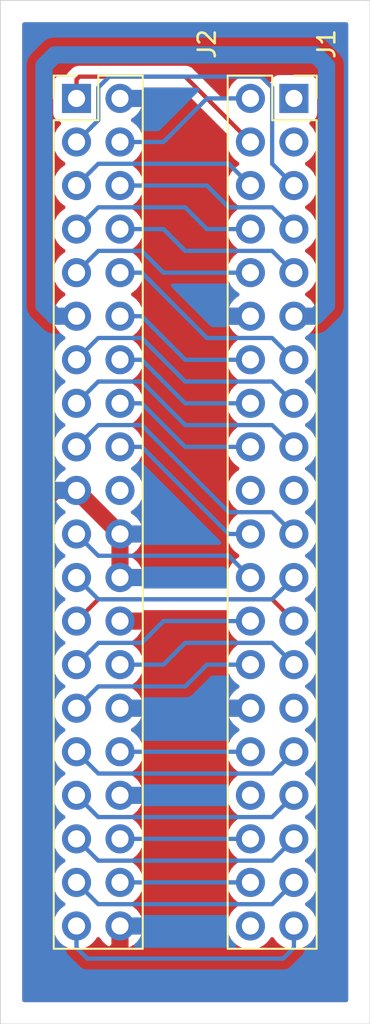
<source format=kicad_pcb>
(kicad_pcb (version 20171130) (host pcbnew "(5.1.2)-2")

  (general
    (thickness 1.6)
    (drawings 4)
    (tracks 159)
    (zones 0)
    (modules 2)
    (nets 41)
  )

  (page A4)
  (layers
    (0 F.Cu signal hide)
    (31 B.Cu signal)
    (32 B.Adhes user hide)
    (33 F.Adhes user hide)
    (34 B.Paste user hide)
    (35 F.Paste user hide)
    (36 B.SilkS user)
    (37 F.SilkS user)
    (38 B.Mask user)
    (39 F.Mask user)
    (40 Dwgs.User user hide)
    (41 Cmts.User user hide)
    (42 Eco1.User user hide)
    (43 Eco2.User user hide)
    (44 Edge.Cuts user)
    (45 Margin user hide)
    (46 B.CrtYd user hide)
    (47 F.CrtYd user hide)
    (48 B.Fab user hide)
    (49 F.Fab user hide)
  )

  (setup
    (last_trace_width 0.25)
    (user_trace_width 1)
    (trace_clearance 0.2)
    (zone_clearance 0.508)
    (zone_45_only no)
    (trace_min 0.2)
    (via_size 0.8)
    (via_drill 0.4)
    (via_min_size 0.4)
    (via_min_drill 0.3)
    (uvia_size 0.3)
    (uvia_drill 0.1)
    (uvias_allowed no)
    (uvia_min_size 0.2)
    (uvia_min_drill 0.1)
    (edge_width 0.05)
    (segment_width 0.2)
    (pcb_text_width 0.3)
    (pcb_text_size 1.5 1.5)
    (mod_edge_width 0.12)
    (mod_text_size 1 1)
    (mod_text_width 0.15)
    (pad_size 1.524 1.524)
    (pad_drill 0.762)
    (pad_to_mask_clearance 0.051)
    (solder_mask_min_width 0.25)
    (aux_axis_origin 86.995 118.745)
    (visible_elements 7FFFFFFF)
    (pcbplotparams
      (layerselection 0x010fc_ffffffff)
      (usegerberextensions true)
      (usegerberattributes false)
      (usegerberadvancedattributes false)
      (creategerberjobfile false)
      (excludeedgelayer true)
      (linewidth 0.100000)
      (plotframeref false)
      (viasonmask false)
      (mode 1)
      (useauxorigin false)
      (hpglpennumber 1)
      (hpglpenspeed 20)
      (hpglpendiameter 15.000000)
      (psnegative false)
      (psa4output false)
      (plotreference true)
      (plotvalue true)
      (plotinvisibletext false)
      (padsonsilk false)
      (subtractmaskfromsilk false)
      (outputformat 1)
      (mirror false)
      (drillshape 0)
      (scaleselection 1)
      (outputdirectory "output_files/"))
  )

  (net 0 "")
  (net 1 "Net-(J1-Pad1)")
  (net 2 "Net-(J1-Pad2)")
  (net 3 "Net-(J1-Pad3)")
  (net 4 "Net-(J1-Pad4)")
  (net 5 "Net-(J1-Pad5)")
  (net 6 "Net-(J1-Pad6)")
  (net 7 "Net-(J1-Pad7)")
  (net 8 "Net-(J1-Pad8)")
  (net 9 "Net-(J1-Pad9)")
  (net 10 "Net-(J1-Pad10)")
  (net 11 "Net-(J1-Pad11)")
  (net 12 "Net-(J1-Pad12)")
  (net 13 "Net-(J1-Pad13)")
  (net 14 "Net-(J1-Pad14)")
  (net 15 "Net-(J1-Pad15)")
  (net 16 "Net-(J1-Pad16)")
  (net 17 "Net-(J1-Pad17)")
  (net 18 "Net-(J1-Pad18)")
  (net 19 "Net-(J1-Pad19)")
  (net 20 "Net-(J1-Pad20)")
  (net 21 "Net-(J1-Pad21)")
  (net 22 "Net-(J1-Pad22)")
  (net 23 "Net-(J1-Pad23)")
  (net 24 "Net-(J1-Pad24)")
  (net 25 "Net-(J1-Pad25)")
  (net 26 "Net-(J1-Pad26)")
  (net 27 "Net-(J1-Pad27)")
  (net 28 "Net-(J1-Pad28)")
  (net 29 "Net-(J1-Pad29)")
  (net 30 "Net-(J1-Pad31)")
  (net 31 "Net-(J1-Pad32)")
  (net 32 "Net-(J1-Pad33)")
  (net 33 "Net-(J1-Pad34)")
  (net 34 "Net-(J1-Pad35)")
  (net 35 "Net-(J1-Pad36)")
  (net 36 "Net-(J1-Pad37)")
  (net 37 "Net-(J1-Pad38)")
  (net 38 "Net-(J1-Pad39)")
  (net 39 "Net-(J1-Pad40)")
  (net 40 "Net-(J2-Pad20)")

  (net_class Default "これはデフォルトのネット クラスです。"
    (clearance 0.2)
    (trace_width 0.25)
    (via_dia 0.8)
    (via_drill 0.4)
    (uvia_dia 0.3)
    (uvia_drill 0.1)
    (add_net "Net-(J1-Pad1)")
    (add_net "Net-(J1-Pad10)")
    (add_net "Net-(J1-Pad11)")
    (add_net "Net-(J1-Pad12)")
    (add_net "Net-(J1-Pad13)")
    (add_net "Net-(J1-Pad14)")
    (add_net "Net-(J1-Pad15)")
    (add_net "Net-(J1-Pad16)")
    (add_net "Net-(J1-Pad17)")
    (add_net "Net-(J1-Pad18)")
    (add_net "Net-(J1-Pad19)")
    (add_net "Net-(J1-Pad2)")
    (add_net "Net-(J1-Pad20)")
    (add_net "Net-(J1-Pad21)")
    (add_net "Net-(J1-Pad22)")
    (add_net "Net-(J1-Pad23)")
    (add_net "Net-(J1-Pad24)")
    (add_net "Net-(J1-Pad25)")
    (add_net "Net-(J1-Pad26)")
    (add_net "Net-(J1-Pad27)")
    (add_net "Net-(J1-Pad28)")
    (add_net "Net-(J1-Pad29)")
    (add_net "Net-(J1-Pad3)")
    (add_net "Net-(J1-Pad31)")
    (add_net "Net-(J1-Pad32)")
    (add_net "Net-(J1-Pad33)")
    (add_net "Net-(J1-Pad34)")
    (add_net "Net-(J1-Pad35)")
    (add_net "Net-(J1-Pad36)")
    (add_net "Net-(J1-Pad37)")
    (add_net "Net-(J1-Pad38)")
    (add_net "Net-(J1-Pad39)")
    (add_net "Net-(J1-Pad4)")
    (add_net "Net-(J1-Pad40)")
    (add_net "Net-(J1-Pad5)")
    (add_net "Net-(J1-Pad6)")
    (add_net "Net-(J1-Pad7)")
    (add_net "Net-(J1-Pad8)")
    (add_net "Net-(J1-Pad9)")
    (add_net "Net-(J2-Pad20)")
  )

  (module Connector_PinSocket_2.54mm:PinSocket_2x20_P2.54mm_Vertical (layer F.Cu) (tedit 5A19A433) (tstamp 5D14CC6C)
    (at 104.14 64.77)
    (descr "Through hole straight socket strip, 2x20, 2.54mm pitch, double cols (from Kicad 4.0.7), script generated")
    (tags "Through hole socket strip THT 2x20 2.54mm double row")
    (path /5D149C44)
    (fp_text reference J1 (at 1.905 -3.175 -90) (layer F.SilkS)
      (effects (font (size 1 1) (thickness 0.15)))
    )
    (fp_text value PinSocket_02x20 (at 5.08 5.08 -90) (layer F.Fab)
      (effects (font (size 1 1) (thickness 0.15)))
    )
    (fp_line (start -3.81 -1.27) (end 0.27 -1.27) (layer F.Fab) (width 0.1))
    (fp_line (start 0.27 -1.27) (end 1.27 -0.27) (layer F.Fab) (width 0.1))
    (fp_line (start 1.27 -0.27) (end 1.27 49.53) (layer F.Fab) (width 0.1))
    (fp_line (start 1.27 49.53) (end -3.81 49.53) (layer F.Fab) (width 0.1))
    (fp_line (start -3.81 49.53) (end -3.81 -1.27) (layer F.Fab) (width 0.1))
    (fp_line (start -3.87 -1.33) (end -1.27 -1.33) (layer F.SilkS) (width 0.12))
    (fp_line (start -3.87 -1.33) (end -3.87 49.59) (layer F.SilkS) (width 0.12))
    (fp_line (start -3.87 49.59) (end 1.33 49.59) (layer F.SilkS) (width 0.12))
    (fp_line (start 1.33 1.27) (end 1.33 49.59) (layer F.SilkS) (width 0.12))
    (fp_line (start -1.27 1.27) (end 1.33 1.27) (layer F.SilkS) (width 0.12))
    (fp_line (start -1.27 -1.33) (end -1.27 1.27) (layer F.SilkS) (width 0.12))
    (fp_line (start 1.33 -1.33) (end 1.33 0) (layer F.SilkS) (width 0.12))
    (fp_line (start 0 -1.33) (end 1.33 -1.33) (layer F.SilkS) (width 0.12))
    (fp_line (start -4.34 -1.8) (end 1.76 -1.8) (layer F.CrtYd) (width 0.05))
    (fp_line (start 1.76 -1.8) (end 1.76 50) (layer F.CrtYd) (width 0.05))
    (fp_line (start 1.76 50) (end -4.34 50) (layer F.CrtYd) (width 0.05))
    (fp_line (start -4.34 50) (end -4.34 -1.8) (layer F.CrtYd) (width 0.05))
    (fp_text user %R (at -1.27 24.13 90) (layer F.Fab)
      (effects (font (size 1 1) (thickness 0.15)))
    )
    (pad 1 thru_hole rect (at 0 0) (size 1.7 1.7) (drill 1) (layers *.Cu *.Mask)
      (net 1 "Net-(J1-Pad1)"))
    (pad 2 thru_hole oval (at -2.54 0) (size 1.7 1.7) (drill 1) (layers *.Cu *.Mask)
      (net 2 "Net-(J1-Pad2)"))
    (pad 3 thru_hole oval (at 0 2.54) (size 1.7 1.7) (drill 1) (layers *.Cu *.Mask)
      (net 3 "Net-(J1-Pad3)"))
    (pad 4 thru_hole oval (at -2.54 2.54) (size 1.7 1.7) (drill 1) (layers *.Cu *.Mask)
      (net 4 "Net-(J1-Pad4)"))
    (pad 5 thru_hole oval (at 0 5.08) (size 1.7 1.7) (drill 1) (layers *.Cu *.Mask)
      (net 5 "Net-(J1-Pad5)"))
    (pad 6 thru_hole oval (at -2.54 5.08) (size 1.7 1.7) (drill 1) (layers *.Cu *.Mask)
      (net 6 "Net-(J1-Pad6)"))
    (pad 7 thru_hole oval (at 0 7.62) (size 1.7 1.7) (drill 1) (layers *.Cu *.Mask)
      (net 7 "Net-(J1-Pad7)"))
    (pad 8 thru_hole oval (at -2.54 7.62) (size 1.7 1.7) (drill 1) (layers *.Cu *.Mask)
      (net 8 "Net-(J1-Pad8)"))
    (pad 9 thru_hole oval (at 0 10.16) (size 1.7 1.7) (drill 1) (layers *.Cu *.Mask)
      (net 9 "Net-(J1-Pad9)"))
    (pad 10 thru_hole oval (at -2.54 10.16) (size 1.7 1.7) (drill 1) (layers *.Cu *.Mask)
      (net 10 "Net-(J1-Pad10)"))
    (pad 11 thru_hole oval (at 0 12.7) (size 1.7 1.7) (drill 1) (layers *.Cu *.Mask)
      (net 11 "Net-(J1-Pad11)"))
    (pad 12 thru_hole oval (at -2.54 12.7) (size 1.7 1.7) (drill 1) (layers *.Cu *.Mask)
      (net 12 "Net-(J1-Pad12)"))
    (pad 13 thru_hole oval (at 0 15.24) (size 1.7 1.7) (drill 1) (layers *.Cu *.Mask)
      (net 13 "Net-(J1-Pad13)"))
    (pad 14 thru_hole oval (at -2.54 15.24) (size 1.7 1.7) (drill 1) (layers *.Cu *.Mask)
      (net 14 "Net-(J1-Pad14)"))
    (pad 15 thru_hole oval (at 0 17.78) (size 1.7 1.7) (drill 1) (layers *.Cu *.Mask)
      (net 15 "Net-(J1-Pad15)"))
    (pad 16 thru_hole oval (at -2.54 17.78) (size 1.7 1.7) (drill 1) (layers *.Cu *.Mask)
      (net 16 "Net-(J1-Pad16)"))
    (pad 17 thru_hole oval (at 0 20.32) (size 1.7 1.7) (drill 1) (layers *.Cu *.Mask)
      (net 17 "Net-(J1-Pad17)"))
    (pad 18 thru_hole oval (at -2.54 20.32) (size 1.7 1.7) (drill 1) (layers *.Cu *.Mask)
      (net 18 "Net-(J1-Pad18)"))
    (pad 19 thru_hole oval (at 0 22.86) (size 1.7 1.7) (drill 1) (layers *.Cu *.Mask)
      (net 19 "Net-(J1-Pad19)"))
    (pad 20 thru_hole oval (at -2.54 22.86) (size 1.7 1.7) (drill 1) (layers *.Cu *.Mask)
      (net 20 "Net-(J1-Pad20)"))
    (pad 21 thru_hole oval (at 0 25.4) (size 1.7 1.7) (drill 1) (layers *.Cu *.Mask)
      (net 21 "Net-(J1-Pad21)"))
    (pad 22 thru_hole oval (at -2.54 25.4) (size 1.7 1.7) (drill 1) (layers *.Cu *.Mask)
      (net 22 "Net-(J1-Pad22)"))
    (pad 23 thru_hole oval (at 0 27.94) (size 1.7 1.7) (drill 1) (layers *.Cu *.Mask)
      (net 23 "Net-(J1-Pad23)"))
    (pad 24 thru_hole oval (at -2.54 27.94) (size 1.7 1.7) (drill 1) (layers *.Cu *.Mask)
      (net 24 "Net-(J1-Pad24)"))
    (pad 25 thru_hole oval (at 0 30.48) (size 1.7 1.7) (drill 1) (layers *.Cu *.Mask)
      (net 25 "Net-(J1-Pad25)"))
    (pad 26 thru_hole oval (at -2.54 30.48) (size 1.7 1.7) (drill 1) (layers *.Cu *.Mask)
      (net 26 "Net-(J1-Pad26)"))
    (pad 27 thru_hole oval (at 0 33.02) (size 1.7 1.7) (drill 1) (layers *.Cu *.Mask)
      (net 27 "Net-(J1-Pad27)"))
    (pad 28 thru_hole oval (at -2.54 33.02) (size 1.7 1.7) (drill 1) (layers *.Cu *.Mask)
      (net 28 "Net-(J1-Pad28)"))
    (pad 29 thru_hole oval (at 0 35.56) (size 1.7 1.7) (drill 1) (layers *.Cu *.Mask)
      (net 29 "Net-(J1-Pad29)"))
    (pad 30 thru_hole oval (at -2.54 35.56) (size 1.7 1.7) (drill 1) (layers *.Cu *.Mask)
      (net 12 "Net-(J1-Pad12)"))
    (pad 31 thru_hole oval (at 0 38.1) (size 1.7 1.7) (drill 1) (layers *.Cu *.Mask)
      (net 30 "Net-(J1-Pad31)"))
    (pad 32 thru_hole oval (at -2.54 38.1) (size 1.7 1.7) (drill 1) (layers *.Cu *.Mask)
      (net 31 "Net-(J1-Pad32)"))
    (pad 33 thru_hole oval (at 0 40.64) (size 1.7 1.7) (drill 1) (layers *.Cu *.Mask)
      (net 32 "Net-(J1-Pad33)"))
    (pad 34 thru_hole oval (at -2.54 40.64) (size 1.7 1.7) (drill 1) (layers *.Cu *.Mask)
      (net 33 "Net-(J1-Pad34)"))
    (pad 35 thru_hole oval (at 0 43.18) (size 1.7 1.7) (drill 1) (layers *.Cu *.Mask)
      (net 34 "Net-(J1-Pad35)"))
    (pad 36 thru_hole oval (at -2.54 43.18) (size 1.7 1.7) (drill 1) (layers *.Cu *.Mask)
      (net 35 "Net-(J1-Pad36)"))
    (pad 37 thru_hole oval (at 0 45.72) (size 1.7 1.7) (drill 1) (layers *.Cu *.Mask)
      (net 36 "Net-(J1-Pad37)"))
    (pad 38 thru_hole oval (at -2.54 45.72) (size 1.7 1.7) (drill 1) (layers *.Cu *.Mask)
      (net 37 "Net-(J1-Pad38)"))
    (pad 39 thru_hole oval (at 0 48.26) (size 1.7 1.7) (drill 1) (layers *.Cu *.Mask)
      (net 38 "Net-(J1-Pad39)"))
    (pad 40 thru_hole oval (at -2.54 48.26) (size 1.7 1.7) (drill 1) (layers *.Cu *.Mask)
      (net 39 "Net-(J1-Pad40)"))
    (model ${KISYS3DMOD}/Connector_PinSocket_2.54mm.3dshapes/PinSocket_2x20_P2.54mm_Vertical.wrl
      (at (xyz 0 0 0))
      (scale (xyz 1 1 1))
      (rotate (xyz 0 0 0))
    )
  )

  (module Connector_PinHeader_2.54mm:PinHeader_2x20_P2.54mm_Vertical (layer F.Cu) (tedit 5D147B40) (tstamp 5D14CCAA)
    (at 91.44 64.77)
    (descr "Through hole straight pin header, 2x20, 2.54mm pitch, double rows")
    (tags "Through hole pin header THT 2x20 2.54mm double row")
    (path /5D146FE1)
    (fp_text reference J2 (at 7.62 -3.175 -90) (layer F.SilkS)
      (effects (font (size 1 1) (thickness 0.15)))
    )
    (fp_text value BoxHeader_02x20 (at -5.08 5.08 -90) (layer F.Fab)
      (effects (font (size 1 1) (thickness 0.15)))
    )
    (fp_line (start 0 -1.27) (end 3.81 -1.27) (layer F.Fab) (width 0.1))
    (fp_line (start 3.81 -1.27) (end 3.81 49.53) (layer F.Fab) (width 0.1))
    (fp_line (start 3.81 49.53) (end -1.27 49.53) (layer F.Fab) (width 0.1))
    (fp_line (start -1.27 49.53) (end -1.27 0) (layer F.Fab) (width 0.1))
    (fp_line (start -1.27 0) (end 0 -1.27) (layer F.Fab) (width 0.1))
    (fp_line (start -1.33 49.59) (end 3.87 49.59) (layer F.SilkS) (width 0.12))
    (fp_line (start -1.33 1.27) (end -1.33 49.59) (layer F.SilkS) (width 0.12))
    (fp_line (start 3.87 -1.33) (end 3.87 49.59) (layer F.SilkS) (width 0.12))
    (fp_line (start -1.33 1.27) (end 1.27 1.27) (layer F.SilkS) (width 0.12))
    (fp_line (start 1.27 1.27) (end 1.27 -1.33) (layer F.SilkS) (width 0.12))
    (fp_line (start 1.27 -1.33) (end 3.87 -1.33) (layer F.SilkS) (width 0.12))
    (fp_line (start -1.33 0) (end -1.33 -1.33) (layer F.SilkS) (width 0.12))
    (fp_line (start -1.33 -1.33) (end 0 -1.33) (layer F.SilkS) (width 0.12))
    (fp_line (start -3.81 -5.08) (end -3.81 53.34) (layer F.CrtYd) (width 0.05))
    (fp_line (start -3.81 53.34) (end 6.35 53.34) (layer F.CrtYd) (width 0.05))
    (fp_line (start 6.35 53.34) (end 6.35 -5.08) (layer F.CrtYd) (width 0.05))
    (fp_line (start 6.35 -5.08) (end -3.81 -5.08) (layer F.CrtYd) (width 0.05))
    (fp_text user %R (at 1.27 24.13 90) (layer F.Fab)
      (effects (font (size 1 1) (thickness 0.15)))
    )
    (pad 1 thru_hole rect (at 0 0) (size 1.7 1.7) (drill 1) (layers *.Cu *.Mask)
      (net 4 "Net-(J1-Pad4)"))
    (pad 2 thru_hole oval (at 2.54 0) (size 1.7 1.7) (drill 1) (layers *.Cu *.Mask)
      (net 12 "Net-(J1-Pad12)"))
    (pad 3 thru_hole oval (at 0 2.54) (size 1.7 1.7) (drill 1) (layers *.Cu *.Mask)
      (net 5 "Net-(J1-Pad5)"))
    (pad 4 thru_hole oval (at 2.54 2.54) (size 1.7 1.7) (drill 1) (layers *.Cu *.Mask)
      (net 2 "Net-(J1-Pad2)"))
    (pad 5 thru_hole oval (at 0 5.08) (size 1.7 1.7) (drill 1) (layers *.Cu *.Mask)
      (net 6 "Net-(J1-Pad6)"))
    (pad 6 thru_hole oval (at 2.54 5.08) (size 1.7 1.7) (drill 1) (layers *.Cu *.Mask)
      (net 7 "Net-(J1-Pad7)"))
    (pad 7 thru_hole oval (at 0 7.62) (size 1.7 1.7) (drill 1) (layers *.Cu *.Mask)
      (net 8 "Net-(J1-Pad8)"))
    (pad 8 thru_hole oval (at 2.54 7.62) (size 1.7 1.7) (drill 1) (layers *.Cu *.Mask)
      (net 9 "Net-(J1-Pad9)"))
    (pad 9 thru_hole oval (at 0 10.16) (size 1.7 1.7) (drill 1) (layers *.Cu *.Mask)
      (net 10 "Net-(J1-Pad10)"))
    (pad 10 thru_hole oval (at 2.54 10.16) (size 1.7 1.7) (drill 1) (layers *.Cu *.Mask)
      (net 13 "Net-(J1-Pad13)"))
    (pad 11 thru_hole oval (at 0 12.7) (size 1.7 1.7) (drill 1) (layers *.Cu *.Mask)
      (net 11 "Net-(J1-Pad11)"))
    (pad 12 thru_hole oval (at 2.54 12.7) (size 1.7 1.7) (drill 1) (layers *.Cu *.Mask)
      (net 14 "Net-(J1-Pad14)"))
    (pad 13 thru_hole oval (at 0 15.24) (size 1.7 1.7) (drill 1) (layers *.Cu *.Mask)
      (net 15 "Net-(J1-Pad15)"))
    (pad 14 thru_hole oval (at 2.54 15.24) (size 1.7 1.7) (drill 1) (layers *.Cu *.Mask)
      (net 16 "Net-(J1-Pad16)"))
    (pad 15 thru_hole oval (at 0 17.78) (size 1.7 1.7) (drill 1) (layers *.Cu *.Mask)
      (net 17 "Net-(J1-Pad17)"))
    (pad 16 thru_hole oval (at 2.54 17.78) (size 1.7 1.7) (drill 1) (layers *.Cu *.Mask)
      (net 18 "Net-(J1-Pad18)"))
    (pad 17 thru_hole oval (at 0 20.32) (size 1.7 1.7) (drill 1) (layers *.Cu *.Mask)
      (net 21 "Net-(J1-Pad21)"))
    (pad 18 thru_hole oval (at 2.54 20.32) (size 1.7 1.7) (drill 1) (layers *.Cu *.Mask)
      (net 22 "Net-(J1-Pad22)"))
    (pad 19 thru_hole oval (at 0 22.86) (size 1.7 1.7) (drill 1) (layers *.Cu *.Mask)
      (net 12 "Net-(J1-Pad12)"))
    (pad 20 thru_hole oval (at 2.54 22.86) (size 1.7 1.7) (drill 1) (layers *.Cu *.Mask)
      (net 40 "Net-(J2-Pad20)"))
    (pad 21 thru_hole oval (at 0 25.4) (size 1.7 1.7) (drill 1) (layers *.Cu *.Mask)
      (net 24 "Net-(J1-Pad24)"))
    (pad 22 thru_hole oval (at 2.54 25.4) (size 1.7 1.7) (drill 1) (layers *.Cu *.Mask)
      (net 12 "Net-(J1-Pad12)"))
    (pad 23 thru_hole oval (at 0 27.94) (size 1.7 1.7) (drill 1) (layers *.Cu *.Mask)
      (net 23 "Net-(J1-Pad23)"))
    (pad 24 thru_hole oval (at 2.54 27.94) (size 1.7 1.7) (drill 1) (layers *.Cu *.Mask)
      (net 12 "Net-(J1-Pad12)"))
    (pad 25 thru_hole oval (at 0 30.48) (size 1.7 1.7) (drill 1) (layers *.Cu *.Mask)
      (net 25 "Net-(J1-Pad25)"))
    (pad 26 thru_hole oval (at 2.54 30.48) (size 1.7 1.7) (drill 1) (layers *.Cu *.Mask)
      (net 12 "Net-(J1-Pad12)"))
    (pad 27 thru_hole oval (at 0 33.02) (size 1.7 1.7) (drill 1) (layers *.Cu *.Mask)
      (net 26 "Net-(J1-Pad26)"))
    (pad 28 thru_hole oval (at 2.54 33.02) (size 1.7 1.7) (drill 1) (layers *.Cu *.Mask)
      (net 27 "Net-(J1-Pad27)"))
    (pad 29 thru_hole oval (at 0 35.56) (size 1.7 1.7) (drill 1) (layers *.Cu *.Mask)
      (net 28 "Net-(J1-Pad28)"))
    (pad 30 thru_hole oval (at 2.54 35.56) (size 1.7 1.7) (drill 1) (layers *.Cu *.Mask)
      (net 12 "Net-(J1-Pad12)"))
    (pad 31 thru_hole oval (at 0 38.1) (size 1.7 1.7) (drill 1) (layers *.Cu *.Mask)
      (net 30 "Net-(J1-Pad31)"))
    (pad 32 thru_hole oval (at 2.54 38.1) (size 1.7 1.7) (drill 1) (layers *.Cu *.Mask)
      (net 31 "Net-(J1-Pad32)"))
    (pad 33 thru_hole oval (at 0 40.64) (size 1.7 1.7) (drill 1) (layers *.Cu *.Mask)
      (net 32 "Net-(J1-Pad33)"))
    (pad 34 thru_hole oval (at 2.54 40.64) (size 1.7 1.7) (drill 1) (layers *.Cu *.Mask)
      (net 12 "Net-(J1-Pad12)"))
    (pad 35 thru_hole oval (at 0 43.18) (size 1.7 1.7) (drill 1) (layers *.Cu *.Mask)
      (net 34 "Net-(J1-Pad35)"))
    (pad 36 thru_hole oval (at 2.54 43.18) (size 1.7 1.7) (drill 1) (layers *.Cu *.Mask)
      (net 35 "Net-(J1-Pad36)"))
    (pad 37 thru_hole oval (at 0 45.72) (size 1.7 1.7) (drill 1) (layers *.Cu *.Mask)
      (net 36 "Net-(J1-Pad37)"))
    (pad 38 thru_hole oval (at 2.54 45.72) (size 1.7 1.7) (drill 1) (layers *.Cu *.Mask)
      (net 37 "Net-(J1-Pad38)"))
    (pad 39 thru_hole oval (at 0 48.26) (size 1.7 1.7) (drill 1) (layers *.Cu *.Mask)
      (net 38 "Net-(J1-Pad39)"))
    (pad 40 thru_hole oval (at 2.54 48.26) (size 1.7 1.7) (drill 1) (layers *.Cu *.Mask)
      (net 12 "Net-(J1-Pad12)"))
    (model ${KISYS3DMOD}/Connector_PinHeader_2.54mm.3dshapes/PinHeader_2x20_P2.54mm_Vertical.wrl
      (at (xyz 0 0 0))
      (scale (xyz 1 1 1))
      (rotate (xyz 0 0 0))
    )
  )

  (gr_line (start 108.585 59.055) (end 86.995 59.055) (layer Edge.Cuts) (width 0.05) (tstamp 5D14DCC7))
  (gr_line (start 108.585 118.745) (end 108.585 59.055) (layer Edge.Cuts) (width 0.05))
  (gr_line (start 86.995 118.745) (end 108.585 118.745) (layer Edge.Cuts) (width 0.05))
  (gr_line (start 86.995 59.055) (end 86.995 118.745) (layer Edge.Cuts) (width 0.05))

  (segment (start 93.98 67.31) (end 96.52 67.31) (width 0.25) (layer B.Cu) (net 2))
  (segment (start 99.06 64.77) (end 101.6 64.77) (width 0.25) (layer B.Cu) (net 2))
  (segment (start 96.52 67.31) (end 99.06 64.77) (width 0.25) (layer B.Cu) (net 2))
  (segment (start 91.44 63.67) (end 91.61 63.5) (width 0.25) (layer F.Cu) (net 4))
  (segment (start 91.44 64.77) (end 91.44 63.67) (width 0.25) (layer F.Cu) (net 4))
  (segment (start 97.79 63.5) (end 101.6 67.31) (width 0.25) (layer F.Cu) (net 4))
  (segment (start 91.61 63.5) (end 97.79 63.5) (width 0.25) (layer F.Cu) (net 4))
  (segment (start 102.87 68.58) (end 104.14 69.85) (width 0.25) (layer B.Cu) (net 5))
  (segment (start 92.71 66.04) (end 91.44 67.31) (width 0.25) (layer B.Cu) (net 5))
  (segment (start 92.71 66.04) (end 92.71 64.135) (width 0.25) (layer B.Cu) (net 5))
  (segment (start 92.71 64.135) (end 93.345 63.5) (width 0.25) (layer B.Cu) (net 5))
  (segment (start 93.345 63.5) (end 102.235 63.5) (width 0.25) (layer B.Cu) (net 5))
  (segment (start 102.235 63.5) (end 102.87 64.135) (width 0.25) (layer B.Cu) (net 5))
  (segment (start 102.87 64.135) (end 102.87 68.58) (width 0.25) (layer B.Cu) (net 5))
  (segment (start 91.44 69.85) (end 92.71 68.58) (width 0.25) (layer B.Cu) (net 6))
  (segment (start 92.71 68.58) (end 100.33 68.58) (width 0.25) (layer B.Cu) (net 6))
  (segment (start 100.33 68.58) (end 101.6 69.85) (width 0.25) (layer B.Cu) (net 6))
  (segment (start 93.98 69.85) (end 99.06 69.85) (width 0.25) (layer B.Cu) (net 7))
  (segment (start 99.06 69.85) (end 100.33 71.12) (width 0.25) (layer B.Cu) (net 7))
  (segment (start 100.33 71.12) (end 102.87 71.12) (width 0.25) (layer B.Cu) (net 7))
  (segment (start 102.87 71.12) (end 104.14 72.39) (width 0.25) (layer B.Cu) (net 7))
  (segment (start 91.44 72.39) (end 92.71 71.12) (width 0.25) (layer B.Cu) (net 8))
  (segment (start 92.71 71.12) (end 97.79 71.12) (width 0.25) (layer B.Cu) (net 8))
  (segment (start 97.79 71.12) (end 99.06 72.39) (width 0.25) (layer B.Cu) (net 8))
  (segment (start 99.06 72.39) (end 101.6 72.39) (width 0.25) (layer B.Cu) (net 8))
  (segment (start 93.98 72.39) (end 96.52 72.39) (width 0.25) (layer B.Cu) (net 9))
  (segment (start 96.52 72.39) (end 97.79 73.66) (width 0.25) (layer B.Cu) (net 9))
  (segment (start 97.79 73.66) (end 102.87 73.66) (width 0.25) (layer B.Cu) (net 9))
  (segment (start 102.87 73.66) (end 104.14 74.93) (width 0.25) (layer B.Cu) (net 9))
  (segment (start 91.44 74.93) (end 92.71 73.66) (width 0.25) (layer B.Cu) (net 10))
  (segment (start 92.71 73.66) (end 95.25 73.66) (width 0.25) (layer B.Cu) (net 10))
  (segment (start 95.25 73.66) (end 96.52 74.93) (width 0.25) (layer B.Cu) (net 10))
  (segment (start 96.52 74.93) (end 101.6 74.93) (width 0.25) (layer B.Cu) (net 10))
  (segment (start 91.44 77.47) (end 90.17 77.47) (width 1) (layer B.Cu) (net 11))
  (segment (start 90.17 77.47) (end 89.535 76.835) (width 1) (layer B.Cu) (net 11))
  (segment (start 89.535 76.835) (end 89.535 62.865) (width 1) (layer B.Cu) (net 11))
  (segment (start 89.535 62.865) (end 90.17 62.23) (width 1) (layer B.Cu) (net 11))
  (segment (start 90.17 62.23) (end 105.41 62.23) (width 1) (layer B.Cu) (net 11))
  (segment (start 105.41 62.23) (end 106.045 62.865) (width 1) (layer B.Cu) (net 11))
  (segment (start 106.045 62.865) (end 106.045 76.835) (width 1) (layer B.Cu) (net 11))
  (segment (start 106.045 76.835) (end 105.41 77.47) (width 1) (layer B.Cu) (net 11))
  (segment (start 105.41 77.47) (end 104.14 77.47) (width 1) (layer B.Cu) (net 11))
  (segment (start 97.79 66.04) (end 97.79 77.47) (width 0.25) (layer F.Cu) (net 12))
  (segment (start 97.79 77.47) (end 97.79 88.9) (width 0.25) (layer F.Cu) (net 12))
  (segment (start 97.79 100.33) (end 93.98 100.33) (width 0.25) (layer F.Cu) (net 12))
  (segment (start 97.79 100.33) (end 101.6 100.33) (width 0.25) (layer F.Cu) (net 12))
  (segment (start 97.79 111.76) (end 97.79 100.33) (width 0.25) (layer F.Cu) (net 12))
  (segment (start 97.79 112.395) (end 97.79 111.76) (width 0.25) (layer F.Cu) (net 12))
  (segment (start 93.98 90.17) (end 93.98 92.71) (width 1) (layer F.Cu) (net 12))
  (segment (start 97.79 88.9) (end 97.79 66.04) (width 1) (layer F.Cu) (net 12))
  (segment (start 96.52 64.77) (end 97.79 66.04) (width 1) (layer F.Cu) (net 12))
  (segment (start 96.52 64.77) (end 93.98 64.77) (width 1) (layer F.Cu) (net 12))
  (segment (start 97.79 77.47) (end 101.6 77.47) (width 1) (layer F.Cu) (net 12))
  (segment (start 91.44 87.63) (end 90.17 87.63) (width 1) (layer F.Cu) (net 12))
  (segment (start 90.17 87.63) (end 89.535 88.265) (width 1) (layer F.Cu) (net 12))
  (segment (start 89.535 88.265) (end 89.535 114.3) (width 1) (layer F.Cu) (net 12))
  (segment (start 89.535 114.3) (end 90.17 114.935) (width 1) (layer F.Cu) (net 12))
  (segment (start 97.79 96.52) (end 97.79 100.33) (width 1) (layer F.Cu) (net 12))
  (segment (start 97.79 100.33) (end 97.79 105.41) (width 1) (layer F.Cu) (net 12))
  (segment (start 97.79 105.41) (end 93.98 105.41) (width 1) (layer F.Cu) (net 12))
  (segment (start 97.79 105.41) (end 97.79 112.395) (width 1) (layer F.Cu) (net 12))
  (segment (start 91.44 87.63) (end 89.535 87.63) (width 1) (layer B.Cu) (net 12))
  (segment (start 95.25 90.17) (end 93.98 90.17) (width 1) (layer B.Cu) (net 12))
  (segment (start 93.98 100.33) (end 101.6 100.33) (width 1) (layer F.Cu) (net 12))
  (segment (start 93.98 100.33) (end 95.885 100.33) (width 1) (layer B.Cu) (net 12))
  (segment (start 101.6 100.33) (end 99.695 100.33) (width 1) (layer B.Cu) (net 12))
  (segment (start 93.98 92.71) (end 97.155 92.71) (width 1) (layer B.Cu) (net 12))
  (segment (start 93.98 105.41) (end 97.155 105.41) (width 1) (layer B.Cu) (net 12))
  (segment (start 93.98 113.03) (end 97.155 113.03) (width 1) (layer B.Cu) (net 12))
  (segment (start 101.6 77.47) (end 99.695 77.47) (width 1) (layer B.Cu) (net 12))
  (segment (start 99.695 77.47) (end 101.845998 77.47) (width 1) (layer B.Cu) (net 12))
  (segment (start 93.98 64.77) (end 96.52 64.77) (width 1) (layer B.Cu) (net 12))
  (segment (start 93.98 90.17) (end 91.44 87.63) (width 1) (layer F.Cu) (net 12))
  (segment (start 93.98 113.03) (end 97.155 113.03) (width 1) (layer F.Cu) (net 12))
  (segment (start 97.79 112.395) (end 97.155 113.03) (width 1) (layer F.Cu) (net 12))
  (segment (start 93.98 113.03) (end 93.98 114.3) (width 1) (layer F.Cu) (net 12))
  (segment (start 93.98 114.3) (end 93.345 114.935) (width 1) (layer F.Cu) (net 12))
  (segment (start 93.345 114.935) (end 90.17 114.935) (width 1) (layer F.Cu) (net 12))
  (segment (start 93.98 92.71) (end 97.155 92.71) (width 1) (layer F.Cu) (net 12))
  (segment (start 97.79 92.075) (end 97.79 88.9) (width 1) (layer F.Cu) (net 12))
  (segment (start 97.155 92.71) (end 97.79 92.075) (width 1) (layer F.Cu) (net 12))
  (segment (start 95.885 95.25) (end 97.155 95.25) (width 1) (layer F.Cu) (net 12))
  (segment (start 95.885 95.25) (end 96.52 95.25) (width 1) (layer F.Cu) (net 12))
  (segment (start 93.98 95.25) (end 95.885 95.25) (width 1) (layer F.Cu) (net 12))
  (segment (start 97.155 95.25) (end 97.79 95.885) (width 1) (layer F.Cu) (net 12))
  (segment (start 97.79 95.885) (end 97.79 96.52) (width 1) (layer F.Cu) (net 12))
  (segment (start 93.98 90.17) (end 96.52 90.17) (width 1) (layer F.Cu) (net 12))
  (segment (start 102.87 78.74) (end 104.14 80.01) (width 0.25) (layer B.Cu) (net 13))
  (segment (start 99.06 78.74) (end 102.87 78.74) (width 0.25) (layer B.Cu) (net 13))
  (segment (start 93.98 74.93) (end 95.25 74.93) (width 0.25) (layer B.Cu) (net 13))
  (segment (start 95.25 74.93) (end 99.06 78.74) (width 0.25) (layer B.Cu) (net 13))
  (segment (start 93.98 77.47) (end 95.25 77.47) (width 0.25) (layer B.Cu) (net 14))
  (segment (start 95.25 77.47) (end 97.79 80.01) (width 0.25) (layer B.Cu) (net 14))
  (segment (start 97.79 80.01) (end 101.6 80.01) (width 0.25) (layer B.Cu) (net 14))
  (segment (start 104.14 82.55) (end 102.87 81.28) (width 0.25) (layer B.Cu) (net 15))
  (segment (start 102.87 81.28) (end 97.79 81.28) (width 0.25) (layer B.Cu) (net 15))
  (segment (start 97.79 81.28) (end 95.25 78.74) (width 0.25) (layer B.Cu) (net 15))
  (segment (start 95.25 78.74) (end 92.71 78.74) (width 0.25) (layer B.Cu) (net 15))
  (segment (start 92.71 78.74) (end 91.44 80.01) (width 0.25) (layer B.Cu) (net 15))
  (segment (start 93.98 80.01) (end 95.25 80.01) (width 0.25) (layer B.Cu) (net 16))
  (segment (start 95.25 80.01) (end 97.79 82.55) (width 0.25) (layer B.Cu) (net 16))
  (segment (start 97.79 82.55) (end 101.6 82.55) (width 0.25) (layer B.Cu) (net 16))
  (segment (start 91.44 82.55) (end 92.71 81.28) (width 0.25) (layer B.Cu) (net 17))
  (segment (start 92.71 81.28) (end 95.25 81.28) (width 0.25) (layer B.Cu) (net 17))
  (segment (start 95.25 81.28) (end 97.79 83.82) (width 0.25) (layer B.Cu) (net 17))
  (segment (start 97.79 83.82) (end 102.87 83.82) (width 0.25) (layer B.Cu) (net 17))
  (segment (start 102.87 83.82) (end 104.14 85.09) (width 0.25) (layer B.Cu) (net 17))
  (segment (start 93.98 82.55) (end 95.25 82.55) (width 0.25) (layer B.Cu) (net 18))
  (segment (start 95.25 82.55) (end 97.79 85.09) (width 0.25) (layer B.Cu) (net 18))
  (segment (start 97.79 85.09) (end 101.6 85.09) (width 0.25) (layer B.Cu) (net 18))
  (segment (start 91.44 85.09) (end 92.71 83.82) (width 0.25) (layer B.Cu) (net 21))
  (segment (start 92.71 83.82) (end 95.25 83.82) (width 0.25) (layer B.Cu) (net 21))
  (segment (start 95.25 83.82) (end 100.33 88.9) (width 0.25) (layer B.Cu) (net 21))
  (segment (start 100.33 88.9) (end 102.87 88.9) (width 0.25) (layer B.Cu) (net 21))
  (segment (start 102.87 88.9) (end 104.14 90.17) (width 0.25) (layer B.Cu) (net 21))
  (segment (start 93.98 85.09) (end 95.25 85.09) (width 0.25) (layer B.Cu) (net 22))
  (segment (start 95.25 85.09) (end 100.33 90.17) (width 0.25) (layer B.Cu) (net 22))
  (segment (start 100.33 90.17) (end 101.6 90.17) (width 0.25) (layer B.Cu) (net 22))
  (segment (start 91.44 92.71) (end 92.71 93.98) (width 0.25) (layer B.Cu) (net 23))
  (segment (start 92.71 93.98) (end 102.87 93.98) (width 0.25) (layer B.Cu) (net 23))
  (segment (start 102.87 93.98) (end 104.14 92.71) (width 0.25) (layer B.Cu) (net 23))
  (segment (start 91.44 90.17) (end 92.71 91.44) (width 0.25) (layer B.Cu) (net 24))
  (segment (start 92.71 91.44) (end 100.33 91.44) (width 0.25) (layer B.Cu) (net 24))
  (segment (start 100.33 91.44) (end 101.6 92.71) (width 0.25) (layer B.Cu) (net 24))
  (segment (start 91.44 95.25) (end 92.71 93.98) (width 0.25) (layer F.Cu) (net 25))
  (segment (start 92.71 93.98) (end 102.87 93.98) (width 0.25) (layer F.Cu) (net 25))
  (segment (start 102.87 93.98) (end 104.14 95.25) (width 0.25) (layer F.Cu) (net 25))
  (segment (start 101.6 95.25) (end 96.52 95.25) (width 0.25) (layer B.Cu) (net 26))
  (segment (start 96.52 95.25) (end 95.25 96.52) (width 0.25) (layer B.Cu) (net 26))
  (segment (start 95.25 96.52) (end 92.71 96.52) (width 0.25) (layer B.Cu) (net 26))
  (segment (start 92.71 96.52) (end 91.44 97.79) (width 0.25) (layer B.Cu) (net 26))
  (segment (start 93.98 97.79) (end 96.52 97.79) (width 0.25) (layer B.Cu) (net 27))
  (segment (start 96.52 97.79) (end 97.79 96.52) (width 0.25) (layer B.Cu) (net 27))
  (segment (start 97.79 96.52) (end 102.87 96.52) (width 0.25) (layer B.Cu) (net 27))
  (segment (start 102.87 96.52) (end 104.14 97.79) (width 0.25) (layer B.Cu) (net 27))
  (segment (start 101.6 97.79) (end 99.06 97.79) (width 0.25) (layer B.Cu) (net 28))
  (segment (start 99.06 97.79) (end 97.79 99.06) (width 0.25) (layer B.Cu) (net 28))
  (segment (start 97.79 99.06) (end 92.71 99.06) (width 0.25) (layer B.Cu) (net 28))
  (segment (start 92.71 99.06) (end 91.44 100.33) (width 0.25) (layer B.Cu) (net 28))
  (segment (start 91.44 102.87) (end 92.71 104.14) (width 0.25) (layer B.Cu) (net 30))
  (segment (start 92.71 104.14) (end 102.87 104.14) (width 0.25) (layer B.Cu) (net 30))
  (segment (start 102.87 104.14) (end 104.14 102.87) (width 0.25) (layer B.Cu) (net 30))
  (segment (start 93.98 102.87) (end 101.6 102.87) (width 0.25) (layer B.Cu) (net 31))
  (segment (start 91.44 105.41) (end 92.71 106.68) (width 0.25) (layer B.Cu) (net 32))
  (segment (start 92.71 106.68) (end 102.87 106.68) (width 0.25) (layer B.Cu) (net 32))
  (segment (start 102.87 106.68) (end 104.14 105.41) (width 0.25) (layer B.Cu) (net 32))
  (segment (start 91.44 107.95) (end 92.71 109.22) (width 0.25) (layer B.Cu) (net 34))
  (segment (start 92.71 109.22) (end 102.87 109.22) (width 0.25) (layer B.Cu) (net 34))
  (segment (start 102.87 109.22) (end 104.14 107.95) (width 0.25) (layer B.Cu) (net 34))
  (segment (start 93.98 107.95) (end 101.6 107.95) (width 0.25) (layer B.Cu) (net 35))
  (segment (start 91.44 110.49) (end 92.71 111.76) (width 0.25) (layer B.Cu) (net 36))
  (segment (start 92.71 111.76) (end 102.87 111.76) (width 0.25) (layer B.Cu) (net 36))
  (segment (start 102.87 111.76) (end 104.14 110.49) (width 0.25) (layer B.Cu) (net 36))
  (segment (start 93.98 110.49) (end 101.6 110.49) (width 0.25) (layer B.Cu) (net 37))
  (segment (start 104.14 114.3) (end 104.14 113.03) (width 0.25) (layer B.Cu) (net 38))
  (segment (start 91.44 113.03) (end 91.44 114.3) (width 0.25) (layer B.Cu) (net 38))
  (segment (start 92.075 114.935) (end 103.505 114.935) (width 0.25) (layer B.Cu) (net 38))
  (segment (start 103.505 114.935) (end 104.14 114.3) (width 0.25) (layer B.Cu) (net 38))
  (segment (start 91.44 114.3) (end 92.075 114.935) (width 0.25) (layer B.Cu) (net 38))

  (zone (net 12) (net_name "Net-(J1-Pad12)") (layer F.Cu) (tstamp 5D14A951) (hatch edge 0.508)
    (connect_pads (clearance 0.508))
    (min_thickness 0.254)
    (fill yes (arc_segments 32) (thermal_gap 0.508) (thermal_bridge_width 0.508))
    (polygon
      (pts
        (xy 88.265 60.325) (xy 107.315 60.325) (xy 107.315 117.475) (xy 88.265 117.475)
      )
    )
    (filled_polygon
      (pts
        (xy 107.188 117.348) (xy 88.392 117.348) (xy 88.392 67.31) (xy 89.947815 67.31) (xy 89.976487 67.601111)
        (xy 90.061401 67.881034) (xy 90.199294 68.139014) (xy 90.384866 68.365134) (xy 90.610986 68.550706) (xy 90.665791 68.58)
        (xy 90.610986 68.609294) (xy 90.384866 68.794866) (xy 90.199294 69.020986) (xy 90.061401 69.278966) (xy 89.976487 69.558889)
        (xy 89.947815 69.85) (xy 89.976487 70.141111) (xy 90.061401 70.421034) (xy 90.199294 70.679014) (xy 90.384866 70.905134)
        (xy 90.610986 71.090706) (xy 90.665791 71.12) (xy 90.610986 71.149294) (xy 90.384866 71.334866) (xy 90.199294 71.560986)
        (xy 90.061401 71.818966) (xy 89.976487 72.098889) (xy 89.947815 72.39) (xy 89.976487 72.681111) (xy 90.061401 72.961034)
        (xy 90.199294 73.219014) (xy 90.384866 73.445134) (xy 90.610986 73.630706) (xy 90.665791 73.66) (xy 90.610986 73.689294)
        (xy 90.384866 73.874866) (xy 90.199294 74.100986) (xy 90.061401 74.358966) (xy 89.976487 74.638889) (xy 89.947815 74.93)
        (xy 89.976487 75.221111) (xy 90.061401 75.501034) (xy 90.199294 75.759014) (xy 90.384866 75.985134) (xy 90.610986 76.170706)
        (xy 90.665791 76.2) (xy 90.610986 76.229294) (xy 90.384866 76.414866) (xy 90.199294 76.640986) (xy 90.061401 76.898966)
        (xy 89.976487 77.178889) (xy 89.947815 77.47) (xy 89.976487 77.761111) (xy 90.061401 78.041034) (xy 90.199294 78.299014)
        (xy 90.384866 78.525134) (xy 90.610986 78.710706) (xy 90.665791 78.74) (xy 90.610986 78.769294) (xy 90.384866 78.954866)
        (xy 90.199294 79.180986) (xy 90.061401 79.438966) (xy 89.976487 79.718889) (xy 89.947815 80.01) (xy 89.976487 80.301111)
        (xy 90.061401 80.581034) (xy 90.199294 80.839014) (xy 90.384866 81.065134) (xy 90.610986 81.250706) (xy 90.665791 81.28)
        (xy 90.610986 81.309294) (xy 90.384866 81.494866) (xy 90.199294 81.720986) (xy 90.061401 81.978966) (xy 89.976487 82.258889)
        (xy 89.947815 82.55) (xy 89.976487 82.841111) (xy 90.061401 83.121034) (xy 90.199294 83.379014) (xy 90.384866 83.605134)
        (xy 90.610986 83.790706) (xy 90.665791 83.82) (xy 90.610986 83.849294) (xy 90.384866 84.034866) (xy 90.199294 84.260986)
        (xy 90.061401 84.518966) (xy 89.976487 84.798889) (xy 89.947815 85.09) (xy 89.976487 85.381111) (xy 90.061401 85.661034)
        (xy 90.199294 85.919014) (xy 90.384866 86.145134) (xy 90.610986 86.330706) (xy 90.675523 86.365201) (xy 90.558645 86.434822)
        (xy 90.342412 86.629731) (xy 90.168359 86.86308) (xy 90.043175 87.125901) (xy 89.998524 87.27311) (xy 90.119845 87.503)
        (xy 91.313 87.503) (xy 91.313 87.483) (xy 91.567 87.483) (xy 91.567 87.503) (xy 91.587 87.503)
        (xy 91.587 87.757) (xy 91.567 87.757) (xy 91.567 87.777) (xy 91.313 87.777) (xy 91.313 87.757)
        (xy 90.119845 87.757) (xy 89.998524 87.98689) (xy 90.043175 88.134099) (xy 90.168359 88.39692) (xy 90.342412 88.630269)
        (xy 90.558645 88.825178) (xy 90.675523 88.894799) (xy 90.610986 88.929294) (xy 90.384866 89.114866) (xy 90.199294 89.340986)
        (xy 90.061401 89.598966) (xy 89.976487 89.878889) (xy 89.947815 90.17) (xy 89.976487 90.461111) (xy 90.061401 90.741034)
        (xy 90.199294 90.999014) (xy 90.384866 91.225134) (xy 90.610986 91.410706) (xy 90.665791 91.44) (xy 90.610986 91.469294)
        (xy 90.384866 91.654866) (xy 90.199294 91.880986) (xy 90.061401 92.138966) (xy 89.976487 92.418889) (xy 89.947815 92.71)
        (xy 89.976487 93.001111) (xy 90.061401 93.281034) (xy 90.199294 93.539014) (xy 90.384866 93.765134) (xy 90.610986 93.950706)
        (xy 90.665791 93.98) (xy 90.610986 94.009294) (xy 90.384866 94.194866) (xy 90.199294 94.420986) (xy 90.061401 94.678966)
        (xy 89.976487 94.958889) (xy 89.947815 95.25) (xy 89.976487 95.541111) (xy 90.061401 95.821034) (xy 90.199294 96.079014)
        (xy 90.384866 96.305134) (xy 90.610986 96.490706) (xy 90.665791 96.52) (xy 90.610986 96.549294) (xy 90.384866 96.734866)
        (xy 90.199294 96.960986) (xy 90.061401 97.218966) (xy 89.976487 97.498889) (xy 89.947815 97.79) (xy 89.976487 98.081111)
        (xy 90.061401 98.361034) (xy 90.199294 98.619014) (xy 90.384866 98.845134) (xy 90.610986 99.030706) (xy 90.665791 99.06)
        (xy 90.610986 99.089294) (xy 90.384866 99.274866) (xy 90.199294 99.500986) (xy 90.061401 99.758966) (xy 89.976487 100.038889)
        (xy 89.947815 100.33) (xy 89.976487 100.621111) (xy 90.061401 100.901034) (xy 90.199294 101.159014) (xy 90.384866 101.385134)
        (xy 90.610986 101.570706) (xy 90.665791 101.6) (xy 90.610986 101.629294) (xy 90.384866 101.814866) (xy 90.199294 102.040986)
        (xy 90.061401 102.298966) (xy 89.976487 102.578889) (xy 89.947815 102.87) (xy 89.976487 103.161111) (xy 90.061401 103.441034)
        (xy 90.199294 103.699014) (xy 90.384866 103.925134) (xy 90.610986 104.110706) (xy 90.665791 104.14) (xy 90.610986 104.169294)
        (xy 90.384866 104.354866) (xy 90.199294 104.580986) (xy 90.061401 104.838966) (xy 89.976487 105.118889) (xy 89.947815 105.41)
        (xy 89.976487 105.701111) (xy 90.061401 105.981034) (xy 90.199294 106.239014) (xy 90.384866 106.465134) (xy 90.610986 106.650706)
        (xy 90.665791 106.68) (xy 90.610986 106.709294) (xy 90.384866 106.894866) (xy 90.199294 107.120986) (xy 90.061401 107.378966)
        (xy 89.976487 107.658889) (xy 89.947815 107.95) (xy 89.976487 108.241111) (xy 90.061401 108.521034) (xy 90.199294 108.779014)
        (xy 90.384866 109.005134) (xy 90.610986 109.190706) (xy 90.665791 109.22) (xy 90.610986 109.249294) (xy 90.384866 109.434866)
        (xy 90.199294 109.660986) (xy 90.061401 109.918966) (xy 89.976487 110.198889) (xy 89.947815 110.49) (xy 89.976487 110.781111)
        (xy 90.061401 111.061034) (xy 90.199294 111.319014) (xy 90.384866 111.545134) (xy 90.610986 111.730706) (xy 90.665791 111.76)
        (xy 90.610986 111.789294) (xy 90.384866 111.974866) (xy 90.199294 112.200986) (xy 90.061401 112.458966) (xy 89.976487 112.738889)
        (xy 89.947815 113.03) (xy 89.976487 113.321111) (xy 90.061401 113.601034) (xy 90.199294 113.859014) (xy 90.384866 114.085134)
        (xy 90.610986 114.270706) (xy 90.868966 114.408599) (xy 91.148889 114.493513) (xy 91.36705 114.515) (xy 91.51295 114.515)
        (xy 91.731111 114.493513) (xy 92.011034 114.408599) (xy 92.269014 114.270706) (xy 92.495134 114.085134) (xy 92.680706 113.859014)
        (xy 92.711584 113.801244) (xy 92.882412 114.030269) (xy 93.098645 114.225178) (xy 93.348748 114.374157) (xy 93.623109 114.471481)
        (xy 93.853 114.350814) (xy 93.853 113.157) (xy 94.107 113.157) (xy 94.107 114.350814) (xy 94.336891 114.471481)
        (xy 94.611252 114.374157) (xy 94.861355 114.225178) (xy 95.077588 114.030269) (xy 95.251641 113.79692) (xy 95.376825 113.534099)
        (xy 95.421476 113.38689) (xy 95.300155 113.157) (xy 94.107 113.157) (xy 93.853 113.157) (xy 93.833 113.157)
        (xy 93.833 112.903) (xy 93.853 112.903) (xy 93.853 112.883) (xy 94.107 112.883) (xy 94.107 112.903)
        (xy 95.300155 112.903) (xy 95.421476 112.67311) (xy 95.376825 112.525901) (xy 95.251641 112.26308) (xy 95.077588 112.029731)
        (xy 94.861355 111.834822) (xy 94.744477 111.765201) (xy 94.809014 111.730706) (xy 95.035134 111.545134) (xy 95.220706 111.319014)
        (xy 95.358599 111.061034) (xy 95.443513 110.781111) (xy 95.472185 110.49) (xy 95.443513 110.198889) (xy 95.358599 109.918966)
        (xy 95.220706 109.660986) (xy 95.035134 109.434866) (xy 94.809014 109.249294) (xy 94.754209 109.22) (xy 94.809014 109.190706)
        (xy 95.035134 109.005134) (xy 95.220706 108.779014) (xy 95.358599 108.521034) (xy 95.443513 108.241111) (xy 95.472185 107.95)
        (xy 95.443513 107.658889) (xy 95.358599 107.378966) (xy 95.220706 107.120986) (xy 95.035134 106.894866) (xy 94.809014 106.709294)
        (xy 94.744477 106.674799) (xy 94.861355 106.605178) (xy 95.077588 106.410269) (xy 95.251641 106.17692) (xy 95.376825 105.914099)
        (xy 95.421476 105.76689) (xy 95.300155 105.537) (xy 94.107 105.537) (xy 94.107 105.557) (xy 93.853 105.557)
        (xy 93.853 105.537) (xy 93.833 105.537) (xy 93.833 105.283) (xy 93.853 105.283) (xy 93.853 105.263)
        (xy 94.107 105.263) (xy 94.107 105.283) (xy 95.300155 105.283) (xy 95.421476 105.05311) (xy 95.376825 104.905901)
        (xy 95.251641 104.64308) (xy 95.077588 104.409731) (xy 94.861355 104.214822) (xy 94.744477 104.145201) (xy 94.809014 104.110706)
        (xy 95.035134 103.925134) (xy 95.220706 103.699014) (xy 95.358599 103.441034) (xy 95.443513 103.161111) (xy 95.472185 102.87)
        (xy 95.443513 102.578889) (xy 95.358599 102.298966) (xy 95.220706 102.040986) (xy 95.035134 101.814866) (xy 94.809014 101.629294)
        (xy 94.744477 101.594799) (xy 94.861355 101.525178) (xy 95.077588 101.330269) (xy 95.251641 101.09692) (xy 95.376825 100.834099)
        (xy 95.421476 100.68689) (xy 95.300155 100.457) (xy 94.107 100.457) (xy 94.107 100.477) (xy 93.853 100.477)
        (xy 93.853 100.457) (xy 93.833 100.457) (xy 93.833 100.203) (xy 93.853 100.203) (xy 93.853 100.183)
        (xy 94.107 100.183) (xy 94.107 100.203) (xy 95.300155 100.203) (xy 95.421476 99.97311) (xy 95.376825 99.825901)
        (xy 95.251641 99.56308) (xy 95.077588 99.329731) (xy 94.861355 99.134822) (xy 94.744477 99.065201) (xy 94.809014 99.030706)
        (xy 95.035134 98.845134) (xy 95.220706 98.619014) (xy 95.358599 98.361034) (xy 95.443513 98.081111) (xy 95.472185 97.79)
        (xy 95.443513 97.498889) (xy 95.358599 97.218966) (xy 95.220706 96.960986) (xy 95.035134 96.734866) (xy 94.809014 96.549294)
        (xy 94.744477 96.514799) (xy 94.861355 96.445178) (xy 95.077588 96.250269) (xy 95.251641 96.01692) (xy 95.376825 95.754099)
        (xy 95.421476 95.60689) (xy 95.300155 95.377) (xy 94.107 95.377) (xy 94.107 95.397) (xy 93.853 95.397)
        (xy 93.853 95.377) (xy 93.833 95.377) (xy 93.833 95.123) (xy 93.853 95.123) (xy 93.853 95.103)
        (xy 94.107 95.103) (xy 94.107 95.123) (xy 95.300155 95.123) (xy 95.421476 94.89311) (xy 95.376825 94.745901)
        (xy 95.374014 94.74) (xy 100.202886 94.74) (xy 100.136487 94.958889) (xy 100.107815 95.25) (xy 100.136487 95.541111)
        (xy 100.221401 95.821034) (xy 100.359294 96.079014) (xy 100.544866 96.305134) (xy 100.770986 96.490706) (xy 100.825791 96.52)
        (xy 100.770986 96.549294) (xy 100.544866 96.734866) (xy 100.359294 96.960986) (xy 100.221401 97.218966) (xy 100.136487 97.498889)
        (xy 100.107815 97.79) (xy 100.136487 98.081111) (xy 100.221401 98.361034) (xy 100.359294 98.619014) (xy 100.544866 98.845134)
        (xy 100.770986 99.030706) (xy 100.835523 99.065201) (xy 100.718645 99.134822) (xy 100.502412 99.329731) (xy 100.328359 99.56308)
        (xy 100.203175 99.825901) (xy 100.158524 99.97311) (xy 100.279845 100.203) (xy 101.473 100.203) (xy 101.473 100.183)
        (xy 101.727 100.183) (xy 101.727 100.203) (xy 101.747 100.203) (xy 101.747 100.457) (xy 101.727 100.457)
        (xy 101.727 100.477) (xy 101.473 100.477) (xy 101.473 100.457) (xy 100.279845 100.457) (xy 100.158524 100.68689)
        (xy 100.203175 100.834099) (xy 100.328359 101.09692) (xy 100.502412 101.330269) (xy 100.718645 101.525178) (xy 100.835523 101.594799)
        (xy 100.770986 101.629294) (xy 100.544866 101.814866) (xy 100.359294 102.040986) (xy 100.221401 102.298966) (xy 100.136487 102.578889)
        (xy 100.107815 102.87) (xy 100.136487 103.161111) (xy 100.221401 103.441034) (xy 100.359294 103.699014) (xy 100.544866 103.925134)
        (xy 100.770986 104.110706) (xy 100.825791 104.14) (xy 100.770986 104.169294) (xy 100.544866 104.354866) (xy 100.359294 104.580986)
        (xy 100.221401 104.838966) (xy 100.136487 105.118889) (xy 100.107815 105.41) (xy 100.136487 105.701111) (xy 100.221401 105.981034)
        (xy 100.359294 106.239014) (xy 100.544866 106.465134) (xy 100.770986 106.650706) (xy 100.825791 106.68) (xy 100.770986 106.709294)
        (xy 100.544866 106.894866) (xy 100.359294 107.120986) (xy 100.221401 107.378966) (xy 100.136487 107.658889) (xy 100.107815 107.95)
        (xy 100.136487 108.241111) (xy 100.221401 108.521034) (xy 100.359294 108.779014) (xy 100.544866 109.005134) (xy 100.770986 109.190706)
        (xy 100.825791 109.22) (xy 100.770986 109.249294) (xy 100.544866 109.434866) (xy 100.359294 109.660986) (xy 100.221401 109.918966)
        (xy 100.136487 110.198889) (xy 100.107815 110.49) (xy 100.136487 110.781111) (xy 100.221401 111.061034) (xy 100.359294 111.319014)
        (xy 100.544866 111.545134) (xy 100.770986 111.730706) (xy 100.825791 111.76) (xy 100.770986 111.789294) (xy 100.544866 111.974866)
        (xy 100.359294 112.200986) (xy 100.221401 112.458966) (xy 100.136487 112.738889) (xy 100.107815 113.03) (xy 100.136487 113.321111)
        (xy 100.221401 113.601034) (xy 100.359294 113.859014) (xy 100.544866 114.085134) (xy 100.770986 114.270706) (xy 101.028966 114.408599)
        (xy 101.308889 114.493513) (xy 101.52705 114.515) (xy 101.67295 114.515) (xy 101.891111 114.493513) (xy 102.171034 114.408599)
        (xy 102.429014 114.270706) (xy 102.655134 114.085134) (xy 102.840706 113.859014) (xy 102.87 113.804209) (xy 102.899294 113.859014)
        (xy 103.084866 114.085134) (xy 103.310986 114.270706) (xy 103.568966 114.408599) (xy 103.848889 114.493513) (xy 104.06705 114.515)
        (xy 104.21295 114.515) (xy 104.431111 114.493513) (xy 104.711034 114.408599) (xy 104.969014 114.270706) (xy 105.195134 114.085134)
        (xy 105.380706 113.859014) (xy 105.518599 113.601034) (xy 105.603513 113.321111) (xy 105.632185 113.03) (xy 105.603513 112.738889)
        (xy 105.518599 112.458966) (xy 105.380706 112.200986) (xy 105.195134 111.974866) (xy 104.969014 111.789294) (xy 104.914209 111.76)
        (xy 104.969014 111.730706) (xy 105.195134 111.545134) (xy 105.380706 111.319014) (xy 105.518599 111.061034) (xy 105.603513 110.781111)
        (xy 105.632185 110.49) (xy 105.603513 110.198889) (xy 105.518599 109.918966) (xy 105.380706 109.660986) (xy 105.195134 109.434866)
        (xy 104.969014 109.249294) (xy 104.914209 109.22) (xy 104.969014 109.190706) (xy 105.195134 109.005134) (xy 105.380706 108.779014)
        (xy 105.518599 108.521034) (xy 105.603513 108.241111) (xy 105.632185 107.95) (xy 105.603513 107.658889) (xy 105.518599 107.378966)
        (xy 105.380706 107.120986) (xy 105.195134 106.894866) (xy 104.969014 106.709294) (xy 104.914209 106.68) (xy 104.969014 106.650706)
        (xy 105.195134 106.465134) (xy 105.380706 106.239014) (xy 105.518599 105.981034) (xy 105.603513 105.701111) (xy 105.632185 105.41)
        (xy 105.603513 105.118889) (xy 105.518599 104.838966) (xy 105.380706 104.580986) (xy 105.195134 104.354866) (xy 104.969014 104.169294)
        (xy 104.914209 104.14) (xy 104.969014 104.110706) (xy 105.195134 103.925134) (xy 105.380706 103.699014) (xy 105.518599 103.441034)
        (xy 105.603513 103.161111) (xy 105.632185 102.87) (xy 105.603513 102.578889) (xy 105.518599 102.298966) (xy 105.380706 102.040986)
        (xy 105.195134 101.814866) (xy 104.969014 101.629294) (xy 104.914209 101.6) (xy 104.969014 101.570706) (xy 105.195134 101.385134)
        (xy 105.380706 101.159014) (xy 105.518599 100.901034) (xy 105.603513 100.621111) (xy 105.632185 100.33) (xy 105.603513 100.038889)
        (xy 105.518599 99.758966) (xy 105.380706 99.500986) (xy 105.195134 99.274866) (xy 104.969014 99.089294) (xy 104.914209 99.06)
        (xy 104.969014 99.030706) (xy 105.195134 98.845134) (xy 105.380706 98.619014) (xy 105.518599 98.361034) (xy 105.603513 98.081111)
        (xy 105.632185 97.79) (xy 105.603513 97.498889) (xy 105.518599 97.218966) (xy 105.380706 96.960986) (xy 105.195134 96.734866)
        (xy 104.969014 96.549294) (xy 104.914209 96.52) (xy 104.969014 96.490706) (xy 105.195134 96.305134) (xy 105.380706 96.079014)
        (xy 105.518599 95.821034) (xy 105.603513 95.541111) (xy 105.632185 95.25) (xy 105.603513 94.958889) (xy 105.518599 94.678966)
        (xy 105.380706 94.420986) (xy 105.195134 94.194866) (xy 104.969014 94.009294) (xy 104.914209 93.98) (xy 104.969014 93.950706)
        (xy 105.195134 93.765134) (xy 105.380706 93.539014) (xy 105.518599 93.281034) (xy 105.603513 93.001111) (xy 105.632185 92.71)
        (xy 105.603513 92.418889) (xy 105.518599 92.138966) (xy 105.380706 91.880986) (xy 105.195134 91.654866) (xy 104.969014 91.469294)
        (xy 104.914209 91.44) (xy 104.969014 91.410706) (xy 105.195134 91.225134) (xy 105.380706 90.999014) (xy 105.518599 90.741034)
        (xy 105.603513 90.461111) (xy 105.632185 90.17) (xy 105.603513 89.878889) (xy 105.518599 89.598966) (xy 105.380706 89.340986)
        (xy 105.195134 89.114866) (xy 104.969014 88.929294) (xy 104.914209 88.9) (xy 104.969014 88.870706) (xy 105.195134 88.685134)
        (xy 105.380706 88.459014) (xy 105.518599 88.201034) (xy 105.603513 87.921111) (xy 105.632185 87.63) (xy 105.603513 87.338889)
        (xy 105.518599 87.058966) (xy 105.380706 86.800986) (xy 105.195134 86.574866) (xy 104.969014 86.389294) (xy 104.914209 86.36)
        (xy 104.969014 86.330706) (xy 105.195134 86.145134) (xy 105.380706 85.919014) (xy 105.518599 85.661034) (xy 105.603513 85.381111)
        (xy 105.632185 85.09) (xy 105.603513 84.798889) (xy 105.518599 84.518966) (xy 105.380706 84.260986) (xy 105.195134 84.034866)
        (xy 104.969014 83.849294) (xy 104.914209 83.82) (xy 104.969014 83.790706) (xy 105.195134 83.605134) (xy 105.380706 83.379014)
        (xy 105.518599 83.121034) (xy 105.603513 82.841111) (xy 105.632185 82.55) (xy 105.603513 82.258889) (xy 105.518599 81.978966)
        (xy 105.380706 81.720986) (xy 105.195134 81.494866) (xy 104.969014 81.309294) (xy 104.914209 81.28) (xy 104.969014 81.250706)
        (xy 105.195134 81.065134) (xy 105.380706 80.839014) (xy 105.518599 80.581034) (xy 105.603513 80.301111) (xy 105.632185 80.01)
        (xy 105.603513 79.718889) (xy 105.518599 79.438966) (xy 105.380706 79.180986) (xy 105.195134 78.954866) (xy 104.969014 78.769294)
        (xy 104.914209 78.74) (xy 104.969014 78.710706) (xy 105.195134 78.525134) (xy 105.380706 78.299014) (xy 105.518599 78.041034)
        (xy 105.603513 77.761111) (xy 105.632185 77.47) (xy 105.603513 77.178889) (xy 105.518599 76.898966) (xy 105.380706 76.640986)
        (xy 105.195134 76.414866) (xy 104.969014 76.229294) (xy 104.914209 76.2) (xy 104.969014 76.170706) (xy 105.195134 75.985134)
        (xy 105.380706 75.759014) (xy 105.518599 75.501034) (xy 105.603513 75.221111) (xy 105.632185 74.93) (xy 105.603513 74.638889)
        (xy 105.518599 74.358966) (xy 105.380706 74.100986) (xy 105.195134 73.874866) (xy 104.969014 73.689294) (xy 104.914209 73.66)
        (xy 104.969014 73.630706) (xy 105.195134 73.445134) (xy 105.380706 73.219014) (xy 105.518599 72.961034) (xy 105.603513 72.681111)
        (xy 105.632185 72.39) (xy 105.603513 72.098889) (xy 105.518599 71.818966) (xy 105.380706 71.560986) (xy 105.195134 71.334866)
        (xy 104.969014 71.149294) (xy 104.914209 71.12) (xy 104.969014 71.090706) (xy 105.195134 70.905134) (xy 105.380706 70.679014)
        (xy 105.518599 70.421034) (xy 105.603513 70.141111) (xy 105.632185 69.85) (xy 105.603513 69.558889) (xy 105.518599 69.278966)
        (xy 105.380706 69.020986) (xy 105.195134 68.794866) (xy 104.969014 68.609294) (xy 104.914209 68.58) (xy 104.969014 68.550706)
        (xy 105.195134 68.365134) (xy 105.380706 68.139014) (xy 105.518599 67.881034) (xy 105.603513 67.601111) (xy 105.632185 67.31)
        (xy 105.603513 67.018889) (xy 105.518599 66.738966) (xy 105.380706 66.480986) (xy 105.195134 66.254866) (xy 105.165313 66.230393)
        (xy 105.23418 66.209502) (xy 105.344494 66.150537) (xy 105.441185 66.071185) (xy 105.520537 65.974494) (xy 105.579502 65.86418)
        (xy 105.615812 65.744482) (xy 105.628072 65.62) (xy 105.628072 63.92) (xy 105.615812 63.795518) (xy 105.579502 63.67582)
        (xy 105.520537 63.565506) (xy 105.441185 63.468815) (xy 105.344494 63.389463) (xy 105.23418 63.330498) (xy 105.114482 63.294188)
        (xy 104.99 63.281928) (xy 103.29 63.281928) (xy 103.165518 63.294188) (xy 103.04582 63.330498) (xy 102.935506 63.389463)
        (xy 102.838815 63.468815) (xy 102.759463 63.565506) (xy 102.700498 63.67582) (xy 102.679607 63.744687) (xy 102.655134 63.714866)
        (xy 102.429014 63.529294) (xy 102.171034 63.391401) (xy 101.891111 63.306487) (xy 101.67295 63.285) (xy 101.52705 63.285)
        (xy 101.308889 63.306487) (xy 101.028966 63.391401) (xy 100.770986 63.529294) (xy 100.544866 63.714866) (xy 100.359294 63.940986)
        (xy 100.221401 64.198966) (xy 100.136487 64.478889) (xy 100.110235 64.745433) (xy 98.353804 62.989003) (xy 98.330001 62.959999)
        (xy 98.214276 62.865026) (xy 98.082247 62.794454) (xy 97.938986 62.750997) (xy 97.827333 62.74) (xy 97.827322 62.74)
        (xy 97.79 62.736324) (xy 97.752678 62.74) (xy 91.647322 62.74) (xy 91.609999 62.736324) (xy 91.572676 62.74)
        (xy 91.572667 62.74) (xy 91.461014 62.750997) (xy 91.317753 62.794454) (xy 91.185724 62.865026) (xy 91.069999 62.959999)
        (xy 91.046196 62.989003) (xy 90.928998 63.106201) (xy 90.9 63.129999) (xy 90.876202 63.158997) (xy 90.876201 63.158998)
        (xy 90.805026 63.245724) (xy 90.785674 63.281928) (xy 90.59 63.281928) (xy 90.465518 63.294188) (xy 90.34582 63.330498)
        (xy 90.235506 63.389463) (xy 90.138815 63.468815) (xy 90.059463 63.565506) (xy 90.000498 63.67582) (xy 89.964188 63.795518)
        (xy 89.951928 63.92) (xy 89.951928 65.62) (xy 89.964188 65.744482) (xy 90.000498 65.86418) (xy 90.059463 65.974494)
        (xy 90.138815 66.071185) (xy 90.235506 66.150537) (xy 90.34582 66.209502) (xy 90.414687 66.230393) (xy 90.384866 66.254866)
        (xy 90.199294 66.480986) (xy 90.061401 66.738966) (xy 89.976487 67.018889) (xy 89.947815 67.31) (xy 88.392 67.31)
        (xy 88.392 60.452) (xy 107.188 60.452)
      )
    )
    (filled_polygon
      (pts
        (xy 100.159203 66.944005) (xy 100.136487 67.018889) (xy 100.107815 67.31) (xy 100.136487 67.601111) (xy 100.221401 67.881034)
        (xy 100.359294 68.139014) (xy 100.544866 68.365134) (xy 100.770986 68.550706) (xy 100.825791 68.58) (xy 100.770986 68.609294)
        (xy 100.544866 68.794866) (xy 100.359294 69.020986) (xy 100.221401 69.278966) (xy 100.136487 69.558889) (xy 100.107815 69.85)
        (xy 100.136487 70.141111) (xy 100.221401 70.421034) (xy 100.359294 70.679014) (xy 100.544866 70.905134) (xy 100.770986 71.090706)
        (xy 100.825791 71.12) (xy 100.770986 71.149294) (xy 100.544866 71.334866) (xy 100.359294 71.560986) (xy 100.221401 71.818966)
        (xy 100.136487 72.098889) (xy 100.107815 72.39) (xy 100.136487 72.681111) (xy 100.221401 72.961034) (xy 100.359294 73.219014)
        (xy 100.544866 73.445134) (xy 100.770986 73.630706) (xy 100.825791 73.66) (xy 100.770986 73.689294) (xy 100.544866 73.874866)
        (xy 100.359294 74.100986) (xy 100.221401 74.358966) (xy 100.136487 74.638889) (xy 100.107815 74.93) (xy 100.136487 75.221111)
        (xy 100.221401 75.501034) (xy 100.359294 75.759014) (xy 100.544866 75.985134) (xy 100.770986 76.170706) (xy 100.835523 76.205201)
        (xy 100.718645 76.274822) (xy 100.502412 76.469731) (xy 100.328359 76.70308) (xy 100.203175 76.965901) (xy 100.158524 77.11311)
        (xy 100.279845 77.343) (xy 101.473 77.343) (xy 101.473 77.323) (xy 101.727 77.323) (xy 101.727 77.343)
        (xy 101.747 77.343) (xy 101.747 77.597) (xy 101.727 77.597) (xy 101.727 77.617) (xy 101.473 77.617)
        (xy 101.473 77.597) (xy 100.279845 77.597) (xy 100.158524 77.82689) (xy 100.203175 77.974099) (xy 100.328359 78.23692)
        (xy 100.502412 78.470269) (xy 100.718645 78.665178) (xy 100.835523 78.734799) (xy 100.770986 78.769294) (xy 100.544866 78.954866)
        (xy 100.359294 79.180986) (xy 100.221401 79.438966) (xy 100.136487 79.718889) (xy 100.107815 80.01) (xy 100.136487 80.301111)
        (xy 100.221401 80.581034) (xy 100.359294 80.839014) (xy 100.544866 81.065134) (xy 100.770986 81.250706) (xy 100.825791 81.28)
        (xy 100.770986 81.309294) (xy 100.544866 81.494866) (xy 100.359294 81.720986) (xy 100.221401 81.978966) (xy 100.136487 82.258889)
        (xy 100.107815 82.55) (xy 100.136487 82.841111) (xy 100.221401 83.121034) (xy 100.359294 83.379014) (xy 100.544866 83.605134)
        (xy 100.770986 83.790706) (xy 100.825791 83.82) (xy 100.770986 83.849294) (xy 100.544866 84.034866) (xy 100.359294 84.260986)
        (xy 100.221401 84.518966) (xy 100.136487 84.798889) (xy 100.107815 85.09) (xy 100.136487 85.381111) (xy 100.221401 85.661034)
        (xy 100.359294 85.919014) (xy 100.544866 86.145134) (xy 100.770986 86.330706) (xy 100.825791 86.36) (xy 100.770986 86.389294)
        (xy 100.544866 86.574866) (xy 100.359294 86.800986) (xy 100.221401 87.058966) (xy 100.136487 87.338889) (xy 100.107815 87.63)
        (xy 100.136487 87.921111) (xy 100.221401 88.201034) (xy 100.359294 88.459014) (xy 100.544866 88.685134) (xy 100.770986 88.870706)
        (xy 100.825791 88.9) (xy 100.770986 88.929294) (xy 100.544866 89.114866) (xy 100.359294 89.340986) (xy 100.221401 89.598966)
        (xy 100.136487 89.878889) (xy 100.107815 90.17) (xy 100.136487 90.461111) (xy 100.221401 90.741034) (xy 100.359294 90.999014)
        (xy 100.544866 91.225134) (xy 100.770986 91.410706) (xy 100.825791 91.44) (xy 100.770986 91.469294) (xy 100.544866 91.654866)
        (xy 100.359294 91.880986) (xy 100.221401 92.138966) (xy 100.136487 92.418889) (xy 100.107815 92.71) (xy 100.136487 93.001111)
        (xy 100.202886 93.22) (xy 95.374014 93.22) (xy 95.376825 93.214099) (xy 95.421476 93.06689) (xy 95.300155 92.837)
        (xy 94.107 92.837) (xy 94.107 92.857) (xy 93.853 92.857) (xy 93.853 92.837) (xy 93.833 92.837)
        (xy 93.833 92.583) (xy 93.853 92.583) (xy 93.853 90.297) (xy 94.107 90.297) (xy 94.107 92.583)
        (xy 95.300155 92.583) (xy 95.421476 92.35311) (xy 95.376825 92.205901) (xy 95.251641 91.94308) (xy 95.077588 91.709731)
        (xy 94.861355 91.514822) (xy 94.735745 91.44) (xy 94.861355 91.365178) (xy 95.077588 91.170269) (xy 95.251641 90.93692)
        (xy 95.376825 90.674099) (xy 95.421476 90.52689) (xy 95.300155 90.297) (xy 94.107 90.297) (xy 93.853 90.297)
        (xy 93.833 90.297) (xy 93.833 90.043) (xy 93.853 90.043) (xy 93.853 90.023) (xy 94.107 90.023)
        (xy 94.107 90.043) (xy 95.300155 90.043) (xy 95.421476 89.81311) (xy 95.376825 89.665901) (xy 95.251641 89.40308)
        (xy 95.077588 89.169731) (xy 94.861355 88.974822) (xy 94.744477 88.905201) (xy 94.809014 88.870706) (xy 95.035134 88.685134)
        (xy 95.220706 88.459014) (xy 95.358599 88.201034) (xy 95.443513 87.921111) (xy 95.472185 87.63) (xy 95.443513 87.338889)
        (xy 95.358599 87.058966) (xy 95.220706 86.800986) (xy 95.035134 86.574866) (xy 94.809014 86.389294) (xy 94.754209 86.36)
        (xy 94.809014 86.330706) (xy 95.035134 86.145134) (xy 95.220706 85.919014) (xy 95.358599 85.661034) (xy 95.443513 85.381111)
        (xy 95.472185 85.09) (xy 95.443513 84.798889) (xy 95.358599 84.518966) (xy 95.220706 84.260986) (xy 95.035134 84.034866)
        (xy 94.809014 83.849294) (xy 94.754209 83.82) (xy 94.809014 83.790706) (xy 95.035134 83.605134) (xy 95.220706 83.379014)
        (xy 95.358599 83.121034) (xy 95.443513 82.841111) (xy 95.472185 82.55) (xy 95.443513 82.258889) (xy 95.358599 81.978966)
        (xy 95.220706 81.720986) (xy 95.035134 81.494866) (xy 94.809014 81.309294) (xy 94.754209 81.28) (xy 94.809014 81.250706)
        (xy 95.035134 81.065134) (xy 95.220706 80.839014) (xy 95.358599 80.581034) (xy 95.443513 80.301111) (xy 95.472185 80.01)
        (xy 95.443513 79.718889) (xy 95.358599 79.438966) (xy 95.220706 79.180986) (xy 95.035134 78.954866) (xy 94.809014 78.769294)
        (xy 94.754209 78.74) (xy 94.809014 78.710706) (xy 95.035134 78.525134) (xy 95.220706 78.299014) (xy 95.358599 78.041034)
        (xy 95.443513 77.761111) (xy 95.472185 77.47) (xy 95.443513 77.178889) (xy 95.358599 76.898966) (xy 95.220706 76.640986)
        (xy 95.035134 76.414866) (xy 94.809014 76.229294) (xy 94.754209 76.2) (xy 94.809014 76.170706) (xy 95.035134 75.985134)
        (xy 95.220706 75.759014) (xy 95.358599 75.501034) (xy 95.443513 75.221111) (xy 95.472185 74.93) (xy 95.443513 74.638889)
        (xy 95.358599 74.358966) (xy 95.220706 74.100986) (xy 95.035134 73.874866) (xy 94.809014 73.689294) (xy 94.754209 73.66)
        (xy 94.809014 73.630706) (xy 95.035134 73.445134) (xy 95.220706 73.219014) (xy 95.358599 72.961034) (xy 95.443513 72.681111)
        (xy 95.472185 72.39) (xy 95.443513 72.098889) (xy 95.358599 71.818966) (xy 95.220706 71.560986) (xy 95.035134 71.334866)
        (xy 94.809014 71.149294) (xy 94.754209 71.12) (xy 94.809014 71.090706) (xy 95.035134 70.905134) (xy 95.220706 70.679014)
        (xy 95.358599 70.421034) (xy 95.443513 70.141111) (xy 95.472185 69.85) (xy 95.443513 69.558889) (xy 95.358599 69.278966)
        (xy 95.220706 69.020986) (xy 95.035134 68.794866) (xy 94.809014 68.609294) (xy 94.754209 68.58) (xy 94.809014 68.550706)
        (xy 95.035134 68.365134) (xy 95.220706 68.139014) (xy 95.358599 67.881034) (xy 95.443513 67.601111) (xy 95.472185 67.31)
        (xy 95.443513 67.018889) (xy 95.358599 66.738966) (xy 95.220706 66.480986) (xy 95.035134 66.254866) (xy 94.809014 66.069294)
        (xy 94.744477 66.034799) (xy 94.861355 65.965178) (xy 95.077588 65.770269) (xy 95.251641 65.53692) (xy 95.376825 65.274099)
        (xy 95.421476 65.12689) (xy 95.300155 64.897) (xy 94.107 64.897) (xy 94.107 64.917) (xy 93.853 64.917)
        (xy 93.853 64.897) (xy 93.833 64.897) (xy 93.833 64.643) (xy 93.853 64.643) (xy 93.853 64.623)
        (xy 94.107 64.623) (xy 94.107 64.643) (xy 95.300155 64.643) (xy 95.421476 64.41311) (xy 95.376825 64.265901)
        (xy 95.374014 64.26) (xy 97.475199 64.26)
      )
    )
  )
  (zone (net 12) (net_name "Net-(J1-Pad12)") (layer B.Cu) (tstamp 5D14A94E) (hatch edge 0.508)
    (connect_pads (clearance 0.508))
    (min_thickness 0.254)
    (fill yes (arc_segments 32) (thermal_gap 0.508) (thermal_bridge_width 0.508))
    (polygon
      (pts
        (xy 88.265 60.325) (xy 107.315 60.325) (xy 107.315 117.475) (xy 88.265 117.475)
      )
    )
    (filled_polygon
      (pts
        (xy 107.188 117.348) (xy 88.392 117.348) (xy 88.392 62.865) (xy 88.394509 62.865) (xy 88.400001 62.920761)
        (xy 88.4 76.779249) (xy 88.394509 76.835) (xy 88.4 76.890751) (xy 88.416423 77.057498) (xy 88.481324 77.271446)
        (xy 88.586716 77.468623) (xy 88.728551 77.641449) (xy 88.771864 77.676995) (xy 89.328008 78.23314) (xy 89.363551 78.276449)
        (xy 89.536377 78.418284) (xy 89.733553 78.523676) (xy 89.947501 78.588577) (xy 89.972245 78.591014) (xy 90.17 78.610491)
        (xy 90.225752 78.605) (xy 90.482183 78.605) (xy 90.610986 78.710706) (xy 90.665791 78.74) (xy 90.610986 78.769294)
        (xy 90.384866 78.954866) (xy 90.199294 79.180986) (xy 90.061401 79.438966) (xy 89.976487 79.718889) (xy 89.947815 80.01)
        (xy 89.976487 80.301111) (xy 90.061401 80.581034) (xy 90.199294 80.839014) (xy 90.384866 81.065134) (xy 90.610986 81.250706)
        (xy 90.665791 81.28) (xy 90.610986 81.309294) (xy 90.384866 81.494866) (xy 90.199294 81.720986) (xy 90.061401 81.978966)
        (xy 89.976487 82.258889) (xy 89.947815 82.55) (xy 89.976487 82.841111) (xy 90.061401 83.121034) (xy 90.199294 83.379014)
        (xy 90.384866 83.605134) (xy 90.610986 83.790706) (xy 90.665791 83.82) (xy 90.610986 83.849294) (xy 90.384866 84.034866)
        (xy 90.199294 84.260986) (xy 90.061401 84.518966) (xy 89.976487 84.798889) (xy 89.947815 85.09) (xy 89.976487 85.381111)
        (xy 90.061401 85.661034) (xy 90.199294 85.919014) (xy 90.384866 86.145134) (xy 90.610986 86.330706) (xy 90.675523 86.365201)
        (xy 90.558645 86.434822) (xy 90.342412 86.629731) (xy 90.168359 86.86308) (xy 90.043175 87.125901) (xy 89.998524 87.27311)
        (xy 90.119845 87.503) (xy 91.313 87.503) (xy 91.313 87.483) (xy 91.567 87.483) (xy 91.567 87.503)
        (xy 91.587 87.503) (xy 91.587 87.757) (xy 91.567 87.757) (xy 91.567 87.777) (xy 91.313 87.777)
        (xy 91.313 87.757) (xy 90.119845 87.757) (xy 89.998524 87.98689) (xy 90.043175 88.134099) (xy 90.168359 88.39692)
        (xy 90.342412 88.630269) (xy 90.558645 88.825178) (xy 90.675523 88.894799) (xy 90.610986 88.929294) (xy 90.384866 89.114866)
        (xy 90.199294 89.340986) (xy 90.061401 89.598966) (xy 89.976487 89.878889) (xy 89.947815 90.17) (xy 89.976487 90.461111)
        (xy 90.061401 90.741034) (xy 90.199294 90.999014) (xy 90.384866 91.225134) (xy 90.610986 91.410706) (xy 90.665791 91.44)
        (xy 90.610986 91.469294) (xy 90.384866 91.654866) (xy 90.199294 91.880986) (xy 90.061401 92.138966) (xy 89.976487 92.418889)
        (xy 89.947815 92.71) (xy 89.976487 93.001111) (xy 90.061401 93.281034) (xy 90.199294 93.539014) (xy 90.384866 93.765134)
        (xy 90.610986 93.950706) (xy 90.665791 93.98) (xy 90.610986 94.009294) (xy 90.384866 94.194866) (xy 90.199294 94.420986)
        (xy 90.061401 94.678966) (xy 89.976487 94.958889) (xy 89.947815 95.25) (xy 89.976487 95.541111) (xy 90.061401 95.821034)
        (xy 90.199294 96.079014) (xy 90.384866 96.305134) (xy 90.610986 96.490706) (xy 90.665791 96.52) (xy 90.610986 96.549294)
        (xy 90.384866 96.734866) (xy 90.199294 96.960986) (xy 90.061401 97.218966) (xy 89.976487 97.498889) (xy 89.947815 97.79)
        (xy 89.976487 98.081111) (xy 90.061401 98.361034) (xy 90.199294 98.619014) (xy 90.384866 98.845134) (xy 90.610986 99.030706)
        (xy 90.665791 99.06) (xy 90.610986 99.089294) (xy 90.384866 99.274866) (xy 90.199294 99.500986) (xy 90.061401 99.758966)
        (xy 89.976487 100.038889) (xy 89.947815 100.33) (xy 89.976487 100.621111) (xy 90.061401 100.901034) (xy 90.199294 101.159014)
        (xy 90.384866 101.385134) (xy 90.610986 101.570706) (xy 90.665791 101.6) (xy 90.610986 101.629294) (xy 90.384866 101.814866)
        (xy 90.199294 102.040986) (xy 90.061401 102.298966) (xy 89.976487 102.578889) (xy 89.947815 102.87) (xy 89.976487 103.161111)
        (xy 90.061401 103.441034) (xy 90.199294 103.699014) (xy 90.384866 103.925134) (xy 90.610986 104.110706) (xy 90.665791 104.14)
        (xy 90.610986 104.169294) (xy 90.384866 104.354866) (xy 90.199294 104.580986) (xy 90.061401 104.838966) (xy 89.976487 105.118889)
        (xy 89.947815 105.41) (xy 89.976487 105.701111) (xy 90.061401 105.981034) (xy 90.199294 106.239014) (xy 90.384866 106.465134)
        (xy 90.610986 106.650706) (xy 90.665791 106.68) (xy 90.610986 106.709294) (xy 90.384866 106.894866) (xy 90.199294 107.120986)
        (xy 90.061401 107.378966) (xy 89.976487 107.658889) (xy 89.947815 107.95) (xy 89.976487 108.241111) (xy 90.061401 108.521034)
        (xy 90.199294 108.779014) (xy 90.384866 109.005134) (xy 90.610986 109.190706) (xy 90.665791 109.22) (xy 90.610986 109.249294)
        (xy 90.384866 109.434866) (xy 90.199294 109.660986) (xy 90.061401 109.918966) (xy 89.976487 110.198889) (xy 89.947815 110.49)
        (xy 89.976487 110.781111) (xy 90.061401 111.061034) (xy 90.199294 111.319014) (xy 90.384866 111.545134) (xy 90.610986 111.730706)
        (xy 90.665791 111.76) (xy 90.610986 111.789294) (xy 90.384866 111.974866) (xy 90.199294 112.200986) (xy 90.061401 112.458966)
        (xy 89.976487 112.738889) (xy 89.947815 113.03) (xy 89.976487 113.321111) (xy 90.061401 113.601034) (xy 90.199294 113.859014)
        (xy 90.384866 114.085134) (xy 90.610986 114.270706) (xy 90.676909 114.305943) (xy 90.690998 114.448985) (xy 90.734454 114.592246)
        (xy 90.805026 114.724276) (xy 90.876201 114.811002) (xy 90.9 114.840001) (xy 90.928998 114.863799) (xy 91.5112 115.446002)
        (xy 91.534999 115.475001) (xy 91.563997 115.498799) (xy 91.650724 115.569974) (xy 91.782753 115.640546) (xy 91.926014 115.684003)
        (xy 92.075 115.698677) (xy 92.112333 115.695) (xy 103.467678 115.695) (xy 103.505 115.698676) (xy 103.542322 115.695)
        (xy 103.542333 115.695) (xy 103.653986 115.684003) (xy 103.797247 115.640546) (xy 103.929276 115.569974) (xy 104.045001 115.475001)
        (xy 104.068803 115.445998) (xy 104.651004 114.863798) (xy 104.680001 114.840001) (xy 104.774974 114.724276) (xy 104.845546 114.592247)
        (xy 104.889003 114.448986) (xy 104.9 114.337333) (xy 104.9 114.337332) (xy 104.903092 114.305942) (xy 104.969014 114.270706)
        (xy 105.195134 114.085134) (xy 105.380706 113.859014) (xy 105.518599 113.601034) (xy 105.603513 113.321111) (xy 105.632185 113.03)
        (xy 105.603513 112.738889) (xy 105.518599 112.458966) (xy 105.380706 112.200986) (xy 105.195134 111.974866) (xy 104.969014 111.789294)
        (xy 104.914209 111.76) (xy 104.969014 111.730706) (xy 105.195134 111.545134) (xy 105.380706 111.319014) (xy 105.518599 111.061034)
        (xy 105.603513 110.781111) (xy 105.632185 110.49) (xy 105.603513 110.198889) (xy 105.518599 109.918966) (xy 105.380706 109.660986)
        (xy 105.195134 109.434866) (xy 104.969014 109.249294) (xy 104.914209 109.22) (xy 104.969014 109.190706) (xy 105.195134 109.005134)
        (xy 105.380706 108.779014) (xy 105.518599 108.521034) (xy 105.603513 108.241111) (xy 105.632185 107.95) (xy 105.603513 107.658889)
        (xy 105.518599 107.378966) (xy 105.380706 107.120986) (xy 105.195134 106.894866) (xy 104.969014 106.709294) (xy 104.914209 106.68)
        (xy 104.969014 106.650706) (xy 105.195134 106.465134) (xy 105.380706 106.239014) (xy 105.518599 105.981034) (xy 105.603513 105.701111)
        (xy 105.632185 105.41) (xy 105.603513 105.118889) (xy 105.518599 104.838966) (xy 105.380706 104.580986) (xy 105.195134 104.354866)
        (xy 104.969014 104.169294) (xy 104.914209 104.14) (xy 104.969014 104.110706) (xy 105.195134 103.925134) (xy 105.380706 103.699014)
        (xy 105.518599 103.441034) (xy 105.603513 103.161111) (xy 105.632185 102.87) (xy 105.603513 102.578889) (xy 105.518599 102.298966)
        (xy 105.380706 102.040986) (xy 105.195134 101.814866) (xy 104.969014 101.629294) (xy 104.914209 101.6) (xy 104.969014 101.570706)
        (xy 105.195134 101.385134) (xy 105.380706 101.159014) (xy 105.518599 100.901034) (xy 105.603513 100.621111) (xy 105.632185 100.33)
        (xy 105.603513 100.038889) (xy 105.518599 99.758966) (xy 105.380706 99.500986) (xy 105.195134 99.274866) (xy 104.969014 99.089294)
        (xy 104.914209 99.06) (xy 104.969014 99.030706) (xy 105.195134 98.845134) (xy 105.380706 98.619014) (xy 105.518599 98.361034)
        (xy 105.603513 98.081111) (xy 105.632185 97.79) (xy 105.603513 97.498889) (xy 105.518599 97.218966) (xy 105.380706 96.960986)
        (xy 105.195134 96.734866) (xy 104.969014 96.549294) (xy 104.914209 96.52) (xy 104.969014 96.490706) (xy 105.195134 96.305134)
        (xy 105.380706 96.079014) (xy 105.518599 95.821034) (xy 105.603513 95.541111) (xy 105.632185 95.25) (xy 105.603513 94.958889)
        (xy 105.518599 94.678966) (xy 105.380706 94.420986) (xy 105.195134 94.194866) (xy 104.969014 94.009294) (xy 104.914209 93.98)
        (xy 104.969014 93.950706) (xy 105.195134 93.765134) (xy 105.380706 93.539014) (xy 105.518599 93.281034) (xy 105.603513 93.001111)
        (xy 105.632185 92.71) (xy 105.603513 92.418889) (xy 105.518599 92.138966) (xy 105.380706 91.880986) (xy 105.195134 91.654866)
        (xy 104.969014 91.469294) (xy 104.914209 91.44) (xy 104.969014 91.410706) (xy 105.195134 91.225134) (xy 105.380706 90.999014)
        (xy 105.518599 90.741034) (xy 105.603513 90.461111) (xy 105.632185 90.17) (xy 105.603513 89.878889) (xy 105.518599 89.598966)
        (xy 105.380706 89.340986) (xy 105.195134 89.114866) (xy 104.969014 88.929294) (xy 104.914209 88.9) (xy 104.969014 88.870706)
        (xy 105.195134 88.685134) (xy 105.380706 88.459014) (xy 105.518599 88.201034) (xy 105.603513 87.921111) (xy 105.632185 87.63)
        (xy 105.603513 87.338889) (xy 105.518599 87.058966) (xy 105.380706 86.800986) (xy 105.195134 86.574866) (xy 104.969014 86.389294)
        (xy 104.914209 86.36) (xy 104.969014 86.330706) (xy 105.195134 86.145134) (xy 105.380706 85.919014) (xy 105.518599 85.661034)
        (xy 105.603513 85.381111) (xy 105.632185 85.09) (xy 105.603513 84.798889) (xy 105.518599 84.518966) (xy 105.380706 84.260986)
        (xy 105.195134 84.034866) (xy 104.969014 83.849294) (xy 104.914209 83.82) (xy 104.969014 83.790706) (xy 105.195134 83.605134)
        (xy 105.380706 83.379014) (xy 105.518599 83.121034) (xy 105.603513 82.841111) (xy 105.632185 82.55) (xy 105.603513 82.258889)
        (xy 105.518599 81.978966) (xy 105.380706 81.720986) (xy 105.195134 81.494866) (xy 104.969014 81.309294) (xy 104.914209 81.28)
        (xy 104.969014 81.250706) (xy 105.195134 81.065134) (xy 105.380706 80.839014) (xy 105.518599 80.581034) (xy 105.603513 80.301111)
        (xy 105.632185 80.01) (xy 105.603513 79.718889) (xy 105.518599 79.438966) (xy 105.380706 79.180986) (xy 105.195134 78.954866)
        (xy 104.969014 78.769294) (xy 104.914209 78.74) (xy 104.969014 78.710706) (xy 105.097817 78.605) (xy 105.354249 78.605)
        (xy 105.41 78.610491) (xy 105.465751 78.605) (xy 105.465752 78.605) (xy 105.632499 78.588577) (xy 105.846447 78.523676)
        (xy 106.043623 78.418284) (xy 106.216449 78.276449) (xy 106.251995 78.233136) (xy 106.80814 77.676992) (xy 106.851449 77.641449)
        (xy 106.993284 77.468623) (xy 107.098676 77.271447) (xy 107.163577 77.057499) (xy 107.18 76.890752) (xy 107.18 76.890751)
        (xy 107.185491 76.835) (xy 107.18 76.779248) (xy 107.18 62.920752) (xy 107.185491 62.865) (xy 107.163577 62.642501)
        (xy 107.098676 62.428553) (xy 106.993284 62.231377) (xy 106.886989 62.101857) (xy 106.851449 62.058551) (xy 106.80814 62.023008)
        (xy 106.251995 61.466864) (xy 106.216449 61.423551) (xy 106.043623 61.281716) (xy 105.846447 61.176324) (xy 105.632499 61.111423)
        (xy 105.465752 61.095) (xy 105.465751 61.095) (xy 105.41 61.089509) (xy 105.354249 61.095) (xy 90.225752 61.095)
        (xy 90.17 61.089509) (xy 90.114248 61.095) (xy 89.947501 61.111423) (xy 89.733553 61.176324) (xy 89.536377 61.281716)
        (xy 89.363551 61.423551) (xy 89.328008 61.46686) (xy 88.77186 62.023009) (xy 88.728552 62.058551) (xy 88.586717 62.231377)
        (xy 88.530384 62.33677) (xy 88.481324 62.428554) (xy 88.416423 62.642502) (xy 88.394509 62.865) (xy 88.392 62.865)
        (xy 88.392 60.452) (xy 107.188 60.452)
      )
    )
    (filled_polygon
      (pts
        (xy 100.136487 112.738889) (xy 100.107815 113.03) (xy 100.136487 113.321111) (xy 100.221401 113.601034) (xy 100.359294 113.859014)
        (xy 100.544866 114.085134) (xy 100.654368 114.175) (xy 94.917023 114.175) (xy 95.077588 114.030269) (xy 95.251641 113.79692)
        (xy 95.376825 113.534099) (xy 95.421476 113.38689) (xy 95.300155 113.157) (xy 94.107 113.157) (xy 94.107 113.177)
        (xy 93.853 113.177) (xy 93.853 113.157) (xy 93.833 113.157) (xy 93.833 112.903) (xy 93.853 112.903)
        (xy 93.853 112.883) (xy 94.107 112.883) (xy 94.107 112.903) (xy 95.300155 112.903) (xy 95.421476 112.67311)
        (xy 95.376825 112.525901) (xy 95.374014 112.52) (xy 100.202886 112.52)
      )
    )
    (filled_polygon
      (pts
        (xy 100.136487 105.118889) (xy 100.107815 105.41) (xy 100.136487 105.701111) (xy 100.202886 105.92) (xy 95.374014 105.92)
        (xy 95.376825 105.914099) (xy 95.421476 105.76689) (xy 95.300155 105.537) (xy 94.107 105.537) (xy 94.107 105.557)
        (xy 93.853 105.557) (xy 93.853 105.537) (xy 93.833 105.537) (xy 93.833 105.283) (xy 93.853 105.283)
        (xy 93.853 105.263) (xy 94.107 105.263) (xy 94.107 105.283) (xy 95.300155 105.283) (xy 95.421476 105.05311)
        (xy 95.376825 104.905901) (xy 95.374014 104.9) (xy 100.202886 104.9)
      )
    )
    (filled_polygon
      (pts
        (xy 100.359294 98.619014) (xy 100.544866 98.845134) (xy 100.770986 99.030706) (xy 100.835523 99.065201) (xy 100.718645 99.134822)
        (xy 100.502412 99.329731) (xy 100.328359 99.56308) (xy 100.203175 99.825901) (xy 100.158524 99.97311) (xy 100.279845 100.203)
        (xy 101.473 100.203) (xy 101.473 100.183) (xy 101.727 100.183) (xy 101.727 100.203) (xy 101.747 100.203)
        (xy 101.747 100.457) (xy 101.727 100.457) (xy 101.727 100.477) (xy 101.473 100.477) (xy 101.473 100.457)
        (xy 100.279845 100.457) (xy 100.158524 100.68689) (xy 100.203175 100.834099) (xy 100.328359 101.09692) (xy 100.502412 101.330269)
        (xy 100.718645 101.525178) (xy 100.835523 101.594799) (xy 100.770986 101.629294) (xy 100.544866 101.814866) (xy 100.359294 102.040986)
        (xy 100.322405 102.11) (xy 95.257595 102.11) (xy 95.220706 102.040986) (xy 95.035134 101.814866) (xy 94.809014 101.629294)
        (xy 94.744477 101.594799) (xy 94.861355 101.525178) (xy 95.077588 101.330269) (xy 95.251641 101.09692) (xy 95.376825 100.834099)
        (xy 95.421476 100.68689) (xy 95.300155 100.457) (xy 94.107 100.457) (xy 94.107 100.477) (xy 93.853 100.477)
        (xy 93.853 100.457) (xy 93.833 100.457) (xy 93.833 100.203) (xy 93.853 100.203) (xy 93.853 100.183)
        (xy 94.107 100.183) (xy 94.107 100.203) (xy 95.300155 100.203) (xy 95.421476 99.97311) (xy 95.376825 99.825901)
        (xy 95.374014 99.82) (xy 97.752678 99.82) (xy 97.79 99.823676) (xy 97.827322 99.82) (xy 97.827333 99.82)
        (xy 97.938986 99.809003) (xy 98.082247 99.765546) (xy 98.214276 99.694974) (xy 98.330001 99.600001) (xy 98.353804 99.570997)
        (xy 99.374802 98.55) (xy 100.322405 98.55)
      )
    )
    (filled_polygon
      (pts
        (xy 94.107 95.123) (xy 94.127 95.123) (xy 94.127 95.377) (xy 94.107 95.377) (xy 94.107 95.397)
        (xy 93.853 95.397) (xy 93.853 95.377) (xy 93.833 95.377) (xy 93.833 95.123) (xy 93.853 95.123)
        (xy 93.853 95.103) (xy 94.107 95.103)
      )
    )
    (filled_polygon
      (pts
        (xy 100.159203 92.344004) (xy 100.136487 92.418889) (xy 100.107815 92.71) (xy 100.136487 93.001111) (xy 100.202886 93.22)
        (xy 95.374014 93.22) (xy 95.376825 93.214099) (xy 95.421476 93.06689) (xy 95.300155 92.837) (xy 94.107 92.837)
        (xy 94.107 92.857) (xy 93.853 92.857) (xy 93.853 92.837) (xy 93.833 92.837) (xy 93.833 92.583)
        (xy 93.853 92.583) (xy 93.853 92.563) (xy 94.107 92.563) (xy 94.107 92.583) (xy 95.300155 92.583)
        (xy 95.421476 92.35311) (xy 95.376825 92.205901) (xy 95.374014 92.2) (xy 100.015199 92.2)
      )
    )
    (filled_polygon
      (pts
        (xy 99.765198 90.68) (xy 95.374014 90.68) (xy 95.376825 90.674099) (xy 95.421476 90.52689) (xy 95.300155 90.297)
        (xy 94.107 90.297) (xy 94.107 90.317) (xy 93.853 90.317) (xy 93.853 90.297) (xy 93.833 90.297)
        (xy 93.833 90.043) (xy 93.853 90.043) (xy 93.853 90.023) (xy 94.107 90.023) (xy 94.107 90.043)
        (xy 95.300155 90.043) (xy 95.421476 89.81311) (xy 95.376825 89.665901) (xy 95.251641 89.40308) (xy 95.077588 89.169731)
        (xy 94.861355 88.974822) (xy 94.744477 88.905201) (xy 94.809014 88.870706) (xy 95.035134 88.685134) (xy 95.220706 88.459014)
        (xy 95.358599 88.201034) (xy 95.443513 87.921111) (xy 95.472185 87.63) (xy 95.443513 87.338889) (xy 95.358599 87.058966)
        (xy 95.220706 86.800986) (xy 95.035134 86.574866) (xy 94.809014 86.389294) (xy 94.754209 86.36) (xy 94.809014 86.330706)
        (xy 95.035134 86.145134) (xy 95.123121 86.037922)
      )
    )
    (filled_polygon
      (pts
        (xy 100.359294 75.759014) (xy 100.544866 75.985134) (xy 100.770986 76.170706) (xy 100.835523 76.205201) (xy 100.718645 76.274822)
        (xy 100.502412 76.469731) (xy 100.328359 76.70308) (xy 100.203175 76.965901) (xy 100.158524 77.11311) (xy 100.279845 77.343)
        (xy 101.473 77.343) (xy 101.473 77.323) (xy 101.727 77.323) (xy 101.727 77.343) (xy 101.747 77.343)
        (xy 101.747 77.597) (xy 101.727 77.597) (xy 101.727 77.617) (xy 101.473 77.617) (xy 101.473 77.597)
        (xy 100.279845 77.597) (xy 100.158524 77.82689) (xy 100.203175 77.974099) (xy 100.205986 77.98) (xy 99.374802 77.98)
        (xy 97.084801 75.69) (xy 100.322405 75.69)
      )
    )
    (filled_polygon
      (pts
        (xy 96.205199 66.55) (xy 95.257595 66.55) (xy 95.220706 66.480986) (xy 95.035134 66.254866) (xy 94.809014 66.069294)
        (xy 94.744477 66.034799) (xy 94.861355 65.965178) (xy 95.077588 65.770269) (xy 95.251641 65.53692) (xy 95.376825 65.274099)
        (xy 95.421476 65.12689) (xy 95.300155 64.897) (xy 94.107 64.897) (xy 94.107 64.917) (xy 93.853 64.917)
        (xy 93.853 64.897) (xy 93.833 64.897) (xy 93.833 64.643) (xy 93.853 64.643) (xy 93.853 64.623)
        (xy 94.107 64.623) (xy 94.107 64.643) (xy 95.300155 64.643) (xy 95.421476 64.41311) (xy 95.376825 64.265901)
        (xy 95.374014 64.26) (xy 98.495197 64.26)
      )
    )
  )
)

</source>
